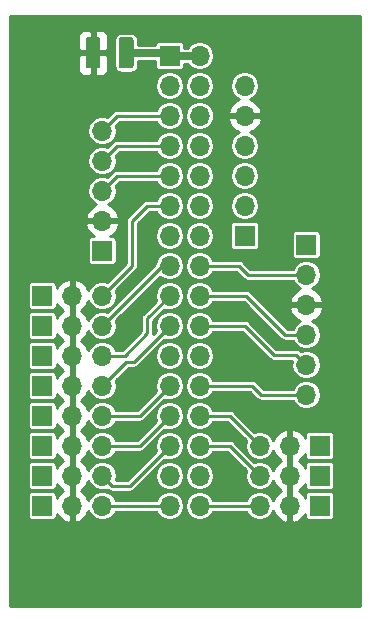
<source format=gbr>
G04 #@! TF.GenerationSoftware,KiCad,Pcbnew,(5.0.2)-1*
G04 #@! TF.CreationDate,2019-09-14T17:14:01-04:00*
G04 #@! TF.ProjectId,EPXX-GVS,45505858-2d47-4565-932e-6b696361645f,X2*
G04 #@! TF.SameCoordinates,Original*
G04 #@! TF.FileFunction,Copper,L1,Top*
G04 #@! TF.FilePolarity,Positive*
%FSLAX46Y46*%
G04 Gerber Fmt 4.6, Leading zero omitted, Abs format (unit mm)*
G04 Created by KiCad (PCBNEW (5.0.2)-1) date 9/14/2019 5:14:01 PM*
%MOMM*%
%LPD*%
G01*
G04 APERTURE LIST*
G04 #@! TA.AperFunction,ComponentPad*
%ADD10R,1.700000X1.700000*%
G04 #@! TD*
G04 #@! TA.AperFunction,ComponentPad*
%ADD11O,1.700000X1.700000*%
G04 #@! TD*
G04 #@! TA.AperFunction,Conductor*
%ADD12C,0.152400*%
G04 #@! TD*
G04 #@! TA.AperFunction,SMDPad,CuDef*
%ADD13C,1.250000*%
G04 #@! TD*
G04 #@! TA.AperFunction,Conductor*
%ADD14C,0.254000*%
G04 #@! TD*
G04 #@! TA.AperFunction,Conductor*
%ADD15C,0.635000*%
G04 #@! TD*
G04 APERTURE END LIST*
D10*
G04 #@! TO.P,I2C1,1*
G04 #@! TO.N,GND*
X8255000Y-20320000D03*
D11*
G04 #@! TO.P,I2C1,2*
G04 #@! TO.N,+3V3*
X8255000Y-17780000D03*
G04 #@! TO.P,I2C1,3*
G04 #@! TO.N,/IO34*
X8255000Y-15240000D03*
G04 #@! TO.P,I2C1,4*
G04 #@! TO.N,/IO32*
X8255000Y-12700000D03*
G04 #@! TO.P,I2C1,5*
G04 #@! TO.N,/IO30*
X8255000Y-10160000D03*
G04 #@! TD*
D10*
G04 #@! TO.P,SPI1,1*
G04 #@! TO.N,GND*
X20320000Y-19050000D03*
D11*
G04 #@! TO.P,SPI1,2*
G04 #@! TO.N,/IO38*
X20320000Y-16510000D03*
G04 #@! TO.P,SPI1,3*
G04 #@! TO.N,/IO33*
X20320000Y-13970000D03*
G04 #@! TO.P,SPI1,4*
G04 #@! TO.N,/IO31*
X20320000Y-11430000D03*
G04 #@! TO.P,SPI1,5*
G04 #@! TO.N,+3V3*
X20320000Y-8890000D03*
G04 #@! TO.P,SPI1,6*
G04 #@! TO.N,/IO28*
X20320000Y-6350000D03*
G04 #@! TD*
D10*
G04 #@! TO.P,P39,1*
G04 #@! TO.N,GND*
X3175000Y-24130000D03*
D11*
G04 #@! TO.P,P39,2*
G04 #@! TO.N,+3V3*
X5715000Y-24130000D03*
G04 #@! TO.P,P39,3*
G04 #@! TO.N,/IO39*
X8255000Y-24130000D03*
G04 #@! TD*
G04 #@! TO.P,P42,3*
G04 #@! TO.N,/IO42*
X8255000Y-26670000D03*
G04 #@! TO.P,P42,2*
G04 #@! TO.N,+3V3*
X5715000Y-26670000D03*
D10*
G04 #@! TO.P,P42,1*
G04 #@! TO.N,GND*
X3175000Y-26670000D03*
G04 #@! TD*
G04 #@! TO.P,P44,1*
G04 #@! TO.N,GND*
X3175000Y-29210000D03*
D11*
G04 #@! TO.P,P44,2*
G04 #@! TO.N,+3V3*
X5715000Y-29210000D03*
G04 #@! TO.P,P44,3*
G04 #@! TO.N,/IO44*
X8255000Y-29210000D03*
G04 #@! TD*
G04 #@! TO.P,P49,3*
G04 #@! TO.N,/IO49*
X8255000Y-31750000D03*
G04 #@! TO.P,P49,2*
G04 #@! TO.N,+3V3*
X5715000Y-31750000D03*
D10*
G04 #@! TO.P,P49,1*
G04 #@! TO.N,GND*
X3175000Y-31750000D03*
G04 #@! TD*
D11*
G04 #@! TO.P,P52,3*
G04 #@! TO.N,/IO52*
X8255000Y-34290000D03*
G04 #@! TO.P,P52,2*
G04 #@! TO.N,+3V3*
X5715000Y-34290000D03*
D10*
G04 #@! TO.P,P52,1*
G04 #@! TO.N,GND*
X3175000Y-34290000D03*
G04 #@! TD*
D11*
G04 #@! TO.P,P54,3*
G04 #@! TO.N,/IO54*
X8255000Y-36830000D03*
G04 #@! TO.P,P54,2*
G04 #@! TO.N,+3V3*
X5715000Y-36830000D03*
D10*
G04 #@! TO.P,P54,1*
G04 #@! TO.N,GND*
X3175000Y-36830000D03*
G04 #@! TD*
D11*
G04 #@! TO.P,P53,3*
G04 #@! TO.N,/IO53*
X21590000Y-36830000D03*
G04 #@! TO.P,P53,2*
G04 #@! TO.N,+3V3*
X24130000Y-36830000D03*
D10*
G04 #@! TO.P,P53,1*
G04 #@! TO.N,GND*
X26670000Y-36830000D03*
G04 #@! TD*
D11*
G04 #@! TO.P,P58,3*
G04 #@! TO.N,/IO58*
X8255000Y-39370000D03*
G04 #@! TO.P,P58,2*
G04 #@! TO.N,+3V3*
X5715000Y-39370000D03*
D10*
G04 #@! TO.P,P58,1*
G04 #@! TO.N,GND*
X3175000Y-39370000D03*
G04 #@! TD*
G04 #@! TO.P,P55,1*
G04 #@! TO.N,GND*
X26670000Y-39370000D03*
D11*
G04 #@! TO.P,P55,2*
G04 #@! TO.N,+3V3*
X24130000Y-39370000D03*
G04 #@! TO.P,P55,3*
G04 #@! TO.N,/IO55*
X21590000Y-39370000D03*
G04 #@! TD*
G04 #@! TO.P,P89,3*
G04 #@! TO.N,/IO89*
X8255000Y-41910000D03*
G04 #@! TO.P,P89,2*
G04 #@! TO.N,+3V3*
X5715000Y-41910000D03*
D10*
G04 #@! TO.P,P89,1*
G04 #@! TO.N,GND*
X3175000Y-41910000D03*
G04 #@! TD*
G04 #@! TO.P,P88,1*
G04 #@! TO.N,GND*
X26670000Y-41910000D03*
D11*
G04 #@! TO.P,P88,2*
G04 #@! TO.N,+3V3*
X24130000Y-41910000D03*
G04 #@! TO.P,P88,3*
G04 #@! TO.N,/IO88*
X21590000Y-41910000D03*
G04 #@! TD*
D10*
G04 #@! TO.P,J18,1*
G04 #@! TO.N,Net-(F1-Pad2)*
X13970000Y-3810000D03*
D11*
G04 #@! TO.P,J18,2*
X16510000Y-3810000D03*
G04 #@! TO.P,J18,3*
G04 #@! TO.N,N/C*
X13970000Y-6350000D03*
G04 #@! TO.P,J18,4*
X16510000Y-6350000D03*
G04 #@! TO.P,J18,5*
G04 #@! TO.N,/IO30*
X13970000Y-8890000D03*
G04 #@! TO.P,J18,6*
G04 #@! TO.N,/IO28*
X16510000Y-8890000D03*
G04 #@! TO.P,J18,7*
G04 #@! TO.N,/IO32*
X13970000Y-11430000D03*
G04 #@! TO.P,J18,8*
G04 #@! TO.N,/IO31*
X16510000Y-11430000D03*
G04 #@! TO.P,J18,9*
G04 #@! TO.N,/IO34*
X13970000Y-13970000D03*
G04 #@! TO.P,J18,10*
G04 #@! TO.N,/IO33*
X16510000Y-13970000D03*
G04 #@! TO.P,J18,11*
G04 #@! TO.N,/IO39*
X13970000Y-16510000D03*
G04 #@! TO.P,J18,12*
G04 #@! TO.N,/IO38*
X16510000Y-16510000D03*
G04 #@! TO.P,J18,13*
G04 #@! TO.N,GND*
X13970000Y-19050000D03*
G04 #@! TO.P,J18,14*
X16510000Y-19050000D03*
G04 #@! TO.P,J18,15*
G04 #@! TO.N,/IO42*
X13970000Y-21590000D03*
G04 #@! TO.P,J18,16*
G04 #@! TO.N,/IO43*
X16510000Y-21590000D03*
G04 #@! TO.P,J18,17*
G04 #@! TO.N,/IO44*
X13970000Y-24130000D03*
G04 #@! TO.P,J18,18*
G04 #@! TO.N,/IO46*
X16510000Y-24130000D03*
G04 #@! TO.P,J18,19*
G04 #@! TO.N,/IO49*
X13970000Y-26670000D03*
G04 #@! TO.P,J18,20*
G04 #@! TO.N,/IO50*
X16510000Y-26670000D03*
G04 #@! TO.P,J18,21*
G04 #@! TO.N,GND*
X13970000Y-29210000D03*
G04 #@! TO.P,J18,22*
X16510000Y-29210000D03*
G04 #@! TO.P,J18,23*
G04 #@! TO.N,/IO52*
X13970000Y-31750000D03*
G04 #@! TO.P,J18,24*
G04 #@! TO.N,/IO51*
X16510000Y-31750000D03*
G04 #@! TO.P,J18,25*
G04 #@! TO.N,/IO54*
X13970000Y-34290000D03*
G04 #@! TO.P,J18,26*
G04 #@! TO.N,/IO53*
X16510000Y-34290000D03*
G04 #@! TO.P,J18,27*
G04 #@! TO.N,/IO58*
X13970000Y-36830000D03*
G04 #@! TO.P,J18,28*
G04 #@! TO.N,/IO55*
X16510000Y-36830000D03*
G04 #@! TO.P,J18,29*
G04 #@! TO.N,GND*
X13970000Y-39370000D03*
G04 #@! TO.P,J18,30*
X16510000Y-39370000D03*
G04 #@! TO.P,J18,31*
G04 #@! TO.N,/IO89*
X13970000Y-41910000D03*
G04 #@! TO.P,J18,32*
G04 #@! TO.N,/IO88*
X16510000Y-41910000D03*
G04 #@! TD*
D12*
G04 #@! TO.N,+3V3*
G04 #@! TO.C,F1*
G36*
X7889504Y-2232204D02*
X7913773Y-2235804D01*
X7937571Y-2241765D01*
X7960671Y-2250030D01*
X7982849Y-2260520D01*
X8003893Y-2273133D01*
X8023598Y-2287747D01*
X8041777Y-2304223D01*
X8058253Y-2322402D01*
X8072867Y-2342107D01*
X8085480Y-2363151D01*
X8095970Y-2385329D01*
X8104235Y-2408429D01*
X8110196Y-2432227D01*
X8113796Y-2456496D01*
X8115000Y-2481000D01*
X8115000Y-4631000D01*
X8113796Y-4655504D01*
X8110196Y-4679773D01*
X8104235Y-4703571D01*
X8095970Y-4726671D01*
X8085480Y-4748849D01*
X8072867Y-4769893D01*
X8058253Y-4789598D01*
X8041777Y-4807777D01*
X8023598Y-4824253D01*
X8003893Y-4838867D01*
X7982849Y-4851480D01*
X7960671Y-4861970D01*
X7937571Y-4870235D01*
X7913773Y-4876196D01*
X7889504Y-4879796D01*
X7865000Y-4881000D01*
X7115000Y-4881000D01*
X7090496Y-4879796D01*
X7066227Y-4876196D01*
X7042429Y-4870235D01*
X7019329Y-4861970D01*
X6997151Y-4851480D01*
X6976107Y-4838867D01*
X6956402Y-4824253D01*
X6938223Y-4807777D01*
X6921747Y-4789598D01*
X6907133Y-4769893D01*
X6894520Y-4748849D01*
X6884030Y-4726671D01*
X6875765Y-4703571D01*
X6869804Y-4679773D01*
X6866204Y-4655504D01*
X6865000Y-4631000D01*
X6865000Y-2481000D01*
X6866204Y-2456496D01*
X6869804Y-2432227D01*
X6875765Y-2408429D01*
X6884030Y-2385329D01*
X6894520Y-2363151D01*
X6907133Y-2342107D01*
X6921747Y-2322402D01*
X6938223Y-2304223D01*
X6956402Y-2287747D01*
X6976107Y-2273133D01*
X6997151Y-2260520D01*
X7019329Y-2250030D01*
X7042429Y-2241765D01*
X7066227Y-2235804D01*
X7090496Y-2232204D01*
X7115000Y-2231000D01*
X7865000Y-2231000D01*
X7889504Y-2232204D01*
X7889504Y-2232204D01*
G37*
D13*
G04 #@! TD*
G04 #@! TO.P,F1,1*
G04 #@! TO.N,+3V3*
X7490000Y-3556000D03*
D12*
G04 #@! TO.N,Net-(F1-Pad2)*
G04 #@! TO.C,F1*
G36*
X10689504Y-2232204D02*
X10713773Y-2235804D01*
X10737571Y-2241765D01*
X10760671Y-2250030D01*
X10782849Y-2260520D01*
X10803893Y-2273133D01*
X10823598Y-2287747D01*
X10841777Y-2304223D01*
X10858253Y-2322402D01*
X10872867Y-2342107D01*
X10885480Y-2363151D01*
X10895970Y-2385329D01*
X10904235Y-2408429D01*
X10910196Y-2432227D01*
X10913796Y-2456496D01*
X10915000Y-2481000D01*
X10915000Y-4631000D01*
X10913796Y-4655504D01*
X10910196Y-4679773D01*
X10904235Y-4703571D01*
X10895970Y-4726671D01*
X10885480Y-4748849D01*
X10872867Y-4769893D01*
X10858253Y-4789598D01*
X10841777Y-4807777D01*
X10823598Y-4824253D01*
X10803893Y-4838867D01*
X10782849Y-4851480D01*
X10760671Y-4861970D01*
X10737571Y-4870235D01*
X10713773Y-4876196D01*
X10689504Y-4879796D01*
X10665000Y-4881000D01*
X9915000Y-4881000D01*
X9890496Y-4879796D01*
X9866227Y-4876196D01*
X9842429Y-4870235D01*
X9819329Y-4861970D01*
X9797151Y-4851480D01*
X9776107Y-4838867D01*
X9756402Y-4824253D01*
X9738223Y-4807777D01*
X9721747Y-4789598D01*
X9707133Y-4769893D01*
X9694520Y-4748849D01*
X9684030Y-4726671D01*
X9675765Y-4703571D01*
X9669804Y-4679773D01*
X9666204Y-4655504D01*
X9665000Y-4631000D01*
X9665000Y-2481000D01*
X9666204Y-2456496D01*
X9669804Y-2432227D01*
X9675765Y-2408429D01*
X9684030Y-2385329D01*
X9694520Y-2363151D01*
X9707133Y-2342107D01*
X9721747Y-2322402D01*
X9738223Y-2304223D01*
X9756402Y-2287747D01*
X9776107Y-2273133D01*
X9797151Y-2260520D01*
X9819329Y-2250030D01*
X9842429Y-2241765D01*
X9866227Y-2235804D01*
X9890496Y-2232204D01*
X9915000Y-2231000D01*
X10665000Y-2231000D01*
X10689504Y-2232204D01*
X10689504Y-2232204D01*
G37*
D13*
G04 #@! TD*
G04 #@! TO.P,F1,2*
G04 #@! TO.N,Net-(F1-Pad2)*
X10290000Y-3556000D03*
D10*
G04 #@! TO.P,FTDI,1*
G04 #@! TO.N,GND*
X25527000Y-19812000D03*
D11*
G04 #@! TO.P,FTDI,2*
G04 #@! TO.N,/IO43*
X25527000Y-22352000D03*
G04 #@! TO.P,FTDI,3*
G04 #@! TO.N,+3V3*
X25527000Y-24892000D03*
G04 #@! TO.P,FTDI,4*
G04 #@! TO.N,/IO46*
X25527000Y-27432000D03*
G04 #@! TO.P,FTDI,5*
G04 #@! TO.N,/IO50*
X25527000Y-29972000D03*
G04 #@! TO.P,FTDI,6*
G04 #@! TO.N,/IO51*
X25527000Y-32512000D03*
G04 #@! TD*
D14*
G04 #@! TO.N,/IO34*
X9525000Y-13970000D02*
X13970000Y-13970000D01*
X8255000Y-15240000D02*
X9525000Y-13970000D01*
G04 #@! TO.N,/IO32*
X9525000Y-11430000D02*
X8255000Y-12700000D01*
X13970000Y-11430000D02*
X9525000Y-11430000D01*
G04 #@! TO.N,/IO30*
X9525000Y-8890000D02*
X13970000Y-8890000D01*
X8255000Y-10160000D02*
X9525000Y-8890000D01*
G04 #@! TO.N,/IO39*
X12065000Y-16510000D02*
X13970000Y-16510000D01*
X10795000Y-17780000D02*
X12065000Y-16510000D01*
X8255000Y-24130000D02*
X10795000Y-21590000D01*
X10795000Y-21590000D02*
X10795000Y-17780000D01*
G04 #@! TO.N,/IO42*
X13335000Y-21590000D02*
X13970000Y-21590000D01*
X8255000Y-26670000D02*
X13335000Y-21590000D01*
G04 #@! TO.N,/IO43*
X19812000Y-21590000D02*
X16510000Y-21590000D01*
X20574000Y-22352000D02*
X19812000Y-21590000D01*
X25527000Y-22352000D02*
X20574000Y-22352000D01*
G04 #@! TO.N,/IO46*
X16510000Y-24130000D02*
X20447000Y-24130000D01*
X23749000Y-27432000D02*
X25527000Y-27432000D01*
X20447000Y-24130000D02*
X23749000Y-27432000D01*
G04 #@! TO.N,/IO49*
X13120001Y-27519999D02*
X13970000Y-26670000D01*
X10921990Y-29718010D02*
X13120001Y-27519999D01*
X10286990Y-29718010D02*
X10921990Y-29718010D01*
X8255000Y-31750000D02*
X10286990Y-29718010D01*
G04 #@! TO.N,/IO50*
X22772001Y-29122001D02*
X20320000Y-26670000D01*
X24677001Y-29122001D02*
X22772001Y-29122001D01*
X25527000Y-29972000D02*
X24677001Y-29122001D01*
X16510000Y-26670000D02*
X20320000Y-26670000D01*
G04 #@! TO.N,/IO52*
X8255000Y-34290000D02*
X11430000Y-34290000D01*
X11430000Y-34290000D02*
X13970000Y-31750000D01*
G04 #@! TO.N,/IO51*
X16510000Y-31750000D02*
X20955000Y-31750000D01*
X21717000Y-32512000D02*
X25527000Y-32512000D01*
X20955000Y-31750000D02*
X21717000Y-32512000D01*
G04 #@! TO.N,/IO54*
X11430000Y-36830000D02*
X13970000Y-34290000D01*
X8255000Y-36830000D02*
X11430000Y-36830000D01*
G04 #@! TO.N,/IO53*
X16510000Y-34290000D02*
X19050000Y-34290000D01*
X19050000Y-34290000D02*
X21590000Y-36830000D01*
G04 #@! TO.N,/IO58*
X10580001Y-40219999D02*
X13970000Y-36830000D01*
X8255000Y-39370000D02*
X9104999Y-40219999D01*
X9104999Y-40219999D02*
X10580001Y-40219999D01*
G04 #@! TO.N,/IO55*
X16510000Y-36830000D02*
X19050000Y-36830000D01*
X19050000Y-36830000D02*
X21590000Y-39370000D01*
G04 #@! TO.N,/IO89*
X8255000Y-41910000D02*
X13970000Y-41910000D01*
G04 #@! TO.N,/IO88*
X16510000Y-41910000D02*
X21590000Y-41910000D01*
G04 #@! TO.N,/IO44*
X12065000Y-26035000D02*
X13970000Y-24130000D01*
X12065000Y-27305000D02*
X12065000Y-26035000D01*
X10160000Y-29210000D02*
X12065000Y-27305000D01*
X8255000Y-29210000D02*
X10160000Y-29210000D01*
D15*
G04 #@! TO.N,Net-(F1-Pad2)*
X16510000Y-3810000D02*
X13970000Y-3810000D01*
X13716000Y-3556000D02*
X13970000Y-3810000D01*
X10290000Y-3556000D02*
X13716000Y-3556000D01*
G04 #@! TD*
D14*
G04 #@! TO.N,+3V3*
G36*
X30049001Y-50369000D02*
X481000Y-50369000D01*
X481000Y-23280000D01*
X1936536Y-23280000D01*
X1936536Y-24980000D01*
X1966106Y-25128659D01*
X2050314Y-25254686D01*
X2176341Y-25338894D01*
X2325000Y-25368464D01*
X4025000Y-25368464D01*
X4173659Y-25338894D01*
X4299686Y-25254686D01*
X4383894Y-25128659D01*
X4413464Y-24980000D01*
X4413464Y-24784895D01*
X4519817Y-25011358D01*
X4946271Y-25400000D01*
X4519817Y-25788642D01*
X4413464Y-26015105D01*
X4413464Y-25820000D01*
X4383894Y-25671341D01*
X4299686Y-25545314D01*
X4173659Y-25461106D01*
X4025000Y-25431536D01*
X2325000Y-25431536D01*
X2176341Y-25461106D01*
X2050314Y-25545314D01*
X1966106Y-25671341D01*
X1936536Y-25820000D01*
X1936536Y-27520000D01*
X1966106Y-27668659D01*
X2050314Y-27794686D01*
X2176341Y-27878894D01*
X2325000Y-27908464D01*
X4025000Y-27908464D01*
X4173659Y-27878894D01*
X4299686Y-27794686D01*
X4383894Y-27668659D01*
X4413464Y-27520000D01*
X4413464Y-27324895D01*
X4519817Y-27551358D01*
X4946271Y-27940000D01*
X4519817Y-28328642D01*
X4413464Y-28555105D01*
X4413464Y-28360000D01*
X4383894Y-28211341D01*
X4299686Y-28085314D01*
X4173659Y-28001106D01*
X4025000Y-27971536D01*
X2325000Y-27971536D01*
X2176341Y-28001106D01*
X2050314Y-28085314D01*
X1966106Y-28211341D01*
X1936536Y-28360000D01*
X1936536Y-30060000D01*
X1966106Y-30208659D01*
X2050314Y-30334686D01*
X2176341Y-30418894D01*
X2325000Y-30448464D01*
X4025000Y-30448464D01*
X4173659Y-30418894D01*
X4299686Y-30334686D01*
X4383894Y-30208659D01*
X4413464Y-30060000D01*
X4413464Y-29864895D01*
X4519817Y-30091358D01*
X4946271Y-30480000D01*
X4519817Y-30868642D01*
X4413464Y-31095105D01*
X4413464Y-30900000D01*
X4383894Y-30751341D01*
X4299686Y-30625314D01*
X4173659Y-30541106D01*
X4025000Y-30511536D01*
X2325000Y-30511536D01*
X2176341Y-30541106D01*
X2050314Y-30625314D01*
X1966106Y-30751341D01*
X1936536Y-30900000D01*
X1936536Y-32600000D01*
X1966106Y-32748659D01*
X2050314Y-32874686D01*
X2176341Y-32958894D01*
X2325000Y-32988464D01*
X4025000Y-32988464D01*
X4173659Y-32958894D01*
X4299686Y-32874686D01*
X4383894Y-32748659D01*
X4413464Y-32600000D01*
X4413464Y-32404895D01*
X4519817Y-32631358D01*
X4946271Y-33020000D01*
X4519817Y-33408642D01*
X4413464Y-33635105D01*
X4413464Y-33440000D01*
X4383894Y-33291341D01*
X4299686Y-33165314D01*
X4173659Y-33081106D01*
X4025000Y-33051536D01*
X2325000Y-33051536D01*
X2176341Y-33081106D01*
X2050314Y-33165314D01*
X1966106Y-33291341D01*
X1936536Y-33440000D01*
X1936536Y-35140000D01*
X1966106Y-35288659D01*
X2050314Y-35414686D01*
X2176341Y-35498894D01*
X2325000Y-35528464D01*
X4025000Y-35528464D01*
X4173659Y-35498894D01*
X4299686Y-35414686D01*
X4383894Y-35288659D01*
X4413464Y-35140000D01*
X4413464Y-34944895D01*
X4519817Y-35171358D01*
X4946271Y-35560000D01*
X4519817Y-35948642D01*
X4413464Y-36175105D01*
X4413464Y-35980000D01*
X4383894Y-35831341D01*
X4299686Y-35705314D01*
X4173659Y-35621106D01*
X4025000Y-35591536D01*
X2325000Y-35591536D01*
X2176341Y-35621106D01*
X2050314Y-35705314D01*
X1966106Y-35831341D01*
X1936536Y-35980000D01*
X1936536Y-37680000D01*
X1966106Y-37828659D01*
X2050314Y-37954686D01*
X2176341Y-38038894D01*
X2325000Y-38068464D01*
X4025000Y-38068464D01*
X4173659Y-38038894D01*
X4299686Y-37954686D01*
X4383894Y-37828659D01*
X4413464Y-37680000D01*
X4413464Y-37484895D01*
X4519817Y-37711358D01*
X4946271Y-38100000D01*
X4519817Y-38488642D01*
X4413464Y-38715105D01*
X4413464Y-38520000D01*
X4383894Y-38371341D01*
X4299686Y-38245314D01*
X4173659Y-38161106D01*
X4025000Y-38131536D01*
X2325000Y-38131536D01*
X2176341Y-38161106D01*
X2050314Y-38245314D01*
X1966106Y-38371341D01*
X1936536Y-38520000D01*
X1936536Y-40220000D01*
X1966106Y-40368659D01*
X2050314Y-40494686D01*
X2176341Y-40578894D01*
X2325000Y-40608464D01*
X4025000Y-40608464D01*
X4173659Y-40578894D01*
X4299686Y-40494686D01*
X4383894Y-40368659D01*
X4413464Y-40220000D01*
X4413464Y-40024895D01*
X4519817Y-40251358D01*
X4946271Y-40640000D01*
X4519817Y-41028642D01*
X4413464Y-41255105D01*
X4413464Y-41060000D01*
X4383894Y-40911341D01*
X4299686Y-40785314D01*
X4173659Y-40701106D01*
X4025000Y-40671536D01*
X2325000Y-40671536D01*
X2176341Y-40701106D01*
X2050314Y-40785314D01*
X1966106Y-40911341D01*
X1936536Y-41060000D01*
X1936536Y-42760000D01*
X1966106Y-42908659D01*
X2050314Y-43034686D01*
X2176341Y-43118894D01*
X2325000Y-43148464D01*
X4025000Y-43148464D01*
X4173659Y-43118894D01*
X4299686Y-43034686D01*
X4383894Y-42908659D01*
X4413464Y-42760000D01*
X4413464Y-42564895D01*
X4519817Y-42791358D01*
X4948076Y-43181645D01*
X5358110Y-43351476D01*
X5588000Y-43230155D01*
X5588000Y-42037000D01*
X5568000Y-42037000D01*
X5568000Y-41783000D01*
X5588000Y-41783000D01*
X5588000Y-39497000D01*
X5568000Y-39497000D01*
X5568000Y-39243000D01*
X5588000Y-39243000D01*
X5588000Y-36957000D01*
X5568000Y-36957000D01*
X5568000Y-36703000D01*
X5588000Y-36703000D01*
X5588000Y-34417000D01*
X5568000Y-34417000D01*
X5568000Y-34163000D01*
X5588000Y-34163000D01*
X5588000Y-31877000D01*
X5568000Y-31877000D01*
X5568000Y-31623000D01*
X5588000Y-31623000D01*
X5588000Y-29337000D01*
X5568000Y-29337000D01*
X5568000Y-29083000D01*
X5588000Y-29083000D01*
X5588000Y-26797000D01*
X5568000Y-26797000D01*
X5568000Y-26543000D01*
X5588000Y-26543000D01*
X5588000Y-24257000D01*
X5568000Y-24257000D01*
X5568000Y-24003000D01*
X5588000Y-24003000D01*
X5588000Y-22809845D01*
X5842000Y-22809845D01*
X5842000Y-24003000D01*
X5862000Y-24003000D01*
X5862000Y-24257000D01*
X5842000Y-24257000D01*
X5842000Y-26543000D01*
X5862000Y-26543000D01*
X5862000Y-26797000D01*
X5842000Y-26797000D01*
X5842000Y-29083000D01*
X5862000Y-29083000D01*
X5862000Y-29337000D01*
X5842000Y-29337000D01*
X5842000Y-31623000D01*
X5862000Y-31623000D01*
X5862000Y-31877000D01*
X5842000Y-31877000D01*
X5842000Y-34163000D01*
X5862000Y-34163000D01*
X5862000Y-34417000D01*
X5842000Y-34417000D01*
X5842000Y-36703000D01*
X5862000Y-36703000D01*
X5862000Y-36957000D01*
X5842000Y-36957000D01*
X5842000Y-39243000D01*
X5862000Y-39243000D01*
X5862000Y-39497000D01*
X5842000Y-39497000D01*
X5842000Y-41783000D01*
X5862000Y-41783000D01*
X5862000Y-42037000D01*
X5842000Y-42037000D01*
X5842000Y-43230155D01*
X6071890Y-43351476D01*
X6481924Y-43181645D01*
X6910183Y-42791358D01*
X7097245Y-42393037D01*
X7367499Y-42797501D01*
X7774688Y-43069576D01*
X8133761Y-43141000D01*
X8376239Y-43141000D01*
X8735312Y-43069576D01*
X9142501Y-42797501D01*
X9396075Y-42418000D01*
X12828925Y-42418000D01*
X13082499Y-42797501D01*
X13489688Y-43069576D01*
X13848761Y-43141000D01*
X14091239Y-43141000D01*
X14450312Y-43069576D01*
X14857501Y-42797501D01*
X15129576Y-42390312D01*
X15225116Y-41910000D01*
X15129576Y-41429688D01*
X14857501Y-41022499D01*
X14450312Y-40750424D01*
X14091239Y-40679000D01*
X13848761Y-40679000D01*
X13489688Y-40750424D01*
X13082499Y-41022499D01*
X12828925Y-41402000D01*
X9396075Y-41402000D01*
X9142501Y-41022499D01*
X8735312Y-40750424D01*
X8376239Y-40679000D01*
X8133761Y-40679000D01*
X7774688Y-40750424D01*
X7367499Y-41022499D01*
X7097245Y-41426963D01*
X6910183Y-41028642D01*
X6483729Y-40640000D01*
X6910183Y-40251358D01*
X7097245Y-39853037D01*
X7367499Y-40257501D01*
X7774688Y-40529576D01*
X8133761Y-40601000D01*
X8376239Y-40601000D01*
X8702652Y-40536073D01*
X8710413Y-40543834D01*
X8738752Y-40586246D01*
X8781164Y-40614585D01*
X8781166Y-40614587D01*
X8877567Y-40679000D01*
X8906787Y-40698524D01*
X9054967Y-40727999D01*
X9054970Y-40727999D01*
X9104998Y-40737950D01*
X9155026Y-40727999D01*
X10529973Y-40727999D01*
X10580001Y-40737950D01*
X10630029Y-40727999D01*
X10630033Y-40727999D01*
X10778213Y-40698524D01*
X10946248Y-40586246D01*
X10974589Y-40543831D01*
X12148420Y-39370000D01*
X12714884Y-39370000D01*
X12810424Y-39850312D01*
X13082499Y-40257501D01*
X13489688Y-40529576D01*
X13848761Y-40601000D01*
X14091239Y-40601000D01*
X14450312Y-40529576D01*
X14857501Y-40257501D01*
X15129576Y-39850312D01*
X15225116Y-39370000D01*
X15254884Y-39370000D01*
X15350424Y-39850312D01*
X15622499Y-40257501D01*
X16029688Y-40529576D01*
X16388761Y-40601000D01*
X16631239Y-40601000D01*
X16990312Y-40529576D01*
X17397501Y-40257501D01*
X17669576Y-39850312D01*
X17765116Y-39370000D01*
X17669576Y-38889688D01*
X17397501Y-38482499D01*
X16990312Y-38210424D01*
X16631239Y-38139000D01*
X16388761Y-38139000D01*
X16029688Y-38210424D01*
X15622499Y-38482499D01*
X15350424Y-38889688D01*
X15254884Y-39370000D01*
X15225116Y-39370000D01*
X15129576Y-38889688D01*
X14857501Y-38482499D01*
X14450312Y-38210424D01*
X14091239Y-38139000D01*
X13848761Y-38139000D01*
X13489688Y-38210424D01*
X13082499Y-38482499D01*
X12810424Y-38889688D01*
X12714884Y-39370000D01*
X12148420Y-39370000D01*
X13522348Y-37996072D01*
X13848761Y-38061000D01*
X14091239Y-38061000D01*
X14450312Y-37989576D01*
X14857501Y-37717501D01*
X15129576Y-37310312D01*
X15225116Y-36830000D01*
X15129576Y-36349688D01*
X14857501Y-35942499D01*
X14450312Y-35670424D01*
X14091239Y-35599000D01*
X13848761Y-35599000D01*
X13489688Y-35670424D01*
X13082499Y-35942499D01*
X12810424Y-36349688D01*
X12714884Y-36830000D01*
X12803928Y-37277652D01*
X10369581Y-39711999D01*
X9442088Y-39711999D01*
X9510116Y-39370000D01*
X9414576Y-38889688D01*
X9142501Y-38482499D01*
X8735312Y-38210424D01*
X8376239Y-38139000D01*
X8133761Y-38139000D01*
X7774688Y-38210424D01*
X7367499Y-38482499D01*
X7097245Y-38886963D01*
X6910183Y-38488642D01*
X6483729Y-38100000D01*
X6910183Y-37711358D01*
X7097245Y-37313037D01*
X7367499Y-37717501D01*
X7774688Y-37989576D01*
X8133761Y-38061000D01*
X8376239Y-38061000D01*
X8735312Y-37989576D01*
X9142501Y-37717501D01*
X9396075Y-37338000D01*
X11379972Y-37338000D01*
X11430000Y-37347951D01*
X11480028Y-37338000D01*
X11480032Y-37338000D01*
X11628212Y-37308525D01*
X11796247Y-37196247D01*
X11824588Y-37153832D01*
X13522348Y-35456072D01*
X13848761Y-35521000D01*
X14091239Y-35521000D01*
X14450312Y-35449576D01*
X14857501Y-35177501D01*
X15129576Y-34770312D01*
X15225116Y-34290000D01*
X15254884Y-34290000D01*
X15350424Y-34770312D01*
X15622499Y-35177501D01*
X16029688Y-35449576D01*
X16388761Y-35521000D01*
X16631239Y-35521000D01*
X16990312Y-35449576D01*
X17397501Y-35177501D01*
X17651075Y-34798000D01*
X18839580Y-34798000D01*
X20423928Y-36382348D01*
X20334884Y-36830000D01*
X20430424Y-37310312D01*
X20702499Y-37717501D01*
X21109688Y-37989576D01*
X21468761Y-38061000D01*
X21711239Y-38061000D01*
X22070312Y-37989576D01*
X22477501Y-37717501D01*
X22747755Y-37313037D01*
X22934817Y-37711358D01*
X23361271Y-38100000D01*
X22934817Y-38488642D01*
X22747755Y-38886963D01*
X22477501Y-38482499D01*
X22070312Y-38210424D01*
X21711239Y-38139000D01*
X21468761Y-38139000D01*
X21142348Y-38203928D01*
X19444587Y-36506167D01*
X19416247Y-36463753D01*
X19248212Y-36351475D01*
X19100032Y-36322000D01*
X19100028Y-36322000D01*
X19050000Y-36312049D01*
X18999972Y-36322000D01*
X17651075Y-36322000D01*
X17397501Y-35942499D01*
X16990312Y-35670424D01*
X16631239Y-35599000D01*
X16388761Y-35599000D01*
X16029688Y-35670424D01*
X15622499Y-35942499D01*
X15350424Y-36349688D01*
X15254884Y-36830000D01*
X15350424Y-37310312D01*
X15622499Y-37717501D01*
X16029688Y-37989576D01*
X16388761Y-38061000D01*
X16631239Y-38061000D01*
X16990312Y-37989576D01*
X17397501Y-37717501D01*
X17651075Y-37338000D01*
X18839580Y-37338000D01*
X20423928Y-38922348D01*
X20334884Y-39370000D01*
X20430424Y-39850312D01*
X20702499Y-40257501D01*
X21109688Y-40529576D01*
X21468761Y-40601000D01*
X21711239Y-40601000D01*
X22070312Y-40529576D01*
X22477501Y-40257501D01*
X22747755Y-39853037D01*
X22934817Y-40251358D01*
X23361271Y-40640000D01*
X22934817Y-41028642D01*
X22747755Y-41426963D01*
X22477501Y-41022499D01*
X22070312Y-40750424D01*
X21711239Y-40679000D01*
X21468761Y-40679000D01*
X21109688Y-40750424D01*
X20702499Y-41022499D01*
X20448925Y-41402000D01*
X17651075Y-41402000D01*
X17397501Y-41022499D01*
X16990312Y-40750424D01*
X16631239Y-40679000D01*
X16388761Y-40679000D01*
X16029688Y-40750424D01*
X15622499Y-41022499D01*
X15350424Y-41429688D01*
X15254884Y-41910000D01*
X15350424Y-42390312D01*
X15622499Y-42797501D01*
X16029688Y-43069576D01*
X16388761Y-43141000D01*
X16631239Y-43141000D01*
X16990312Y-43069576D01*
X17397501Y-42797501D01*
X17651075Y-42418000D01*
X20448925Y-42418000D01*
X20702499Y-42797501D01*
X21109688Y-43069576D01*
X21468761Y-43141000D01*
X21711239Y-43141000D01*
X22070312Y-43069576D01*
X22477501Y-42797501D01*
X22747755Y-42393037D01*
X22934817Y-42791358D01*
X23363076Y-43181645D01*
X23773110Y-43351476D01*
X24003000Y-43230155D01*
X24003000Y-42037000D01*
X23983000Y-42037000D01*
X23983000Y-41783000D01*
X24003000Y-41783000D01*
X24003000Y-39497000D01*
X23983000Y-39497000D01*
X23983000Y-39243000D01*
X24003000Y-39243000D01*
X24003000Y-36957000D01*
X23983000Y-36957000D01*
X23983000Y-36703000D01*
X24003000Y-36703000D01*
X24003000Y-35509845D01*
X24257000Y-35509845D01*
X24257000Y-36703000D01*
X24277000Y-36703000D01*
X24277000Y-36957000D01*
X24257000Y-36957000D01*
X24257000Y-39243000D01*
X24277000Y-39243000D01*
X24277000Y-39497000D01*
X24257000Y-39497000D01*
X24257000Y-41783000D01*
X24277000Y-41783000D01*
X24277000Y-42037000D01*
X24257000Y-42037000D01*
X24257000Y-43230155D01*
X24486890Y-43351476D01*
X24896924Y-43181645D01*
X25325183Y-42791358D01*
X25431536Y-42564895D01*
X25431536Y-42760000D01*
X25461106Y-42908659D01*
X25545314Y-43034686D01*
X25671341Y-43118894D01*
X25820000Y-43148464D01*
X27520000Y-43148464D01*
X27668659Y-43118894D01*
X27794686Y-43034686D01*
X27878894Y-42908659D01*
X27908464Y-42760000D01*
X27908464Y-41060000D01*
X27878894Y-40911341D01*
X27794686Y-40785314D01*
X27668659Y-40701106D01*
X27520000Y-40671536D01*
X25820000Y-40671536D01*
X25671341Y-40701106D01*
X25545314Y-40785314D01*
X25461106Y-40911341D01*
X25431536Y-41060000D01*
X25431536Y-41255105D01*
X25325183Y-41028642D01*
X24898729Y-40640000D01*
X25325183Y-40251358D01*
X25431536Y-40024895D01*
X25431536Y-40220000D01*
X25461106Y-40368659D01*
X25545314Y-40494686D01*
X25671341Y-40578894D01*
X25820000Y-40608464D01*
X27520000Y-40608464D01*
X27668659Y-40578894D01*
X27794686Y-40494686D01*
X27878894Y-40368659D01*
X27908464Y-40220000D01*
X27908464Y-38520000D01*
X27878894Y-38371341D01*
X27794686Y-38245314D01*
X27668659Y-38161106D01*
X27520000Y-38131536D01*
X25820000Y-38131536D01*
X25671341Y-38161106D01*
X25545314Y-38245314D01*
X25461106Y-38371341D01*
X25431536Y-38520000D01*
X25431536Y-38715105D01*
X25325183Y-38488642D01*
X24898729Y-38100000D01*
X25325183Y-37711358D01*
X25431536Y-37484895D01*
X25431536Y-37680000D01*
X25461106Y-37828659D01*
X25545314Y-37954686D01*
X25671341Y-38038894D01*
X25820000Y-38068464D01*
X27520000Y-38068464D01*
X27668659Y-38038894D01*
X27794686Y-37954686D01*
X27878894Y-37828659D01*
X27908464Y-37680000D01*
X27908464Y-35980000D01*
X27878894Y-35831341D01*
X27794686Y-35705314D01*
X27668659Y-35621106D01*
X27520000Y-35591536D01*
X25820000Y-35591536D01*
X25671341Y-35621106D01*
X25545314Y-35705314D01*
X25461106Y-35831341D01*
X25431536Y-35980000D01*
X25431536Y-36175105D01*
X25325183Y-35948642D01*
X24896924Y-35558355D01*
X24486890Y-35388524D01*
X24257000Y-35509845D01*
X24003000Y-35509845D01*
X23773110Y-35388524D01*
X23363076Y-35558355D01*
X22934817Y-35948642D01*
X22747755Y-36346963D01*
X22477501Y-35942499D01*
X22070312Y-35670424D01*
X21711239Y-35599000D01*
X21468761Y-35599000D01*
X21142348Y-35663928D01*
X19444588Y-33966168D01*
X19416247Y-33923753D01*
X19248212Y-33811475D01*
X19100032Y-33782000D01*
X19100028Y-33782000D01*
X19050000Y-33772049D01*
X18999972Y-33782000D01*
X17651075Y-33782000D01*
X17397501Y-33402499D01*
X16990312Y-33130424D01*
X16631239Y-33059000D01*
X16388761Y-33059000D01*
X16029688Y-33130424D01*
X15622499Y-33402499D01*
X15350424Y-33809688D01*
X15254884Y-34290000D01*
X15225116Y-34290000D01*
X15129576Y-33809688D01*
X14857501Y-33402499D01*
X14450312Y-33130424D01*
X14091239Y-33059000D01*
X13848761Y-33059000D01*
X13489688Y-33130424D01*
X13082499Y-33402499D01*
X12810424Y-33809688D01*
X12714884Y-34290000D01*
X12803928Y-34737652D01*
X11219580Y-36322000D01*
X9396075Y-36322000D01*
X9142501Y-35942499D01*
X8735312Y-35670424D01*
X8376239Y-35599000D01*
X8133761Y-35599000D01*
X7774688Y-35670424D01*
X7367499Y-35942499D01*
X7097245Y-36346963D01*
X6910183Y-35948642D01*
X6483729Y-35560000D01*
X6910183Y-35171358D01*
X7097245Y-34773037D01*
X7367499Y-35177501D01*
X7774688Y-35449576D01*
X8133761Y-35521000D01*
X8376239Y-35521000D01*
X8735312Y-35449576D01*
X9142501Y-35177501D01*
X9396075Y-34798000D01*
X11379972Y-34798000D01*
X11430000Y-34807951D01*
X11480028Y-34798000D01*
X11480032Y-34798000D01*
X11628212Y-34768525D01*
X11796247Y-34656247D01*
X11824588Y-34613832D01*
X13522348Y-32916072D01*
X13848761Y-32981000D01*
X14091239Y-32981000D01*
X14450312Y-32909576D01*
X14857501Y-32637501D01*
X15129576Y-32230312D01*
X15225116Y-31750000D01*
X15254884Y-31750000D01*
X15350424Y-32230312D01*
X15622499Y-32637501D01*
X16029688Y-32909576D01*
X16388761Y-32981000D01*
X16631239Y-32981000D01*
X16990312Y-32909576D01*
X17397501Y-32637501D01*
X17651075Y-32258000D01*
X20744580Y-32258000D01*
X21322414Y-32835835D01*
X21350753Y-32878247D01*
X21393165Y-32906586D01*
X21393167Y-32906588D01*
X21518788Y-32990525D01*
X21666968Y-33020000D01*
X21666972Y-33020000D01*
X21717000Y-33029951D01*
X21767028Y-33020000D01*
X24385925Y-33020000D01*
X24639499Y-33399501D01*
X25046688Y-33671576D01*
X25405761Y-33743000D01*
X25648239Y-33743000D01*
X26007312Y-33671576D01*
X26414501Y-33399501D01*
X26686576Y-32992312D01*
X26782116Y-32512000D01*
X26686576Y-32031688D01*
X26414501Y-31624499D01*
X26007312Y-31352424D01*
X25648239Y-31281000D01*
X25405761Y-31281000D01*
X25046688Y-31352424D01*
X24639499Y-31624499D01*
X24385925Y-32004000D01*
X21927421Y-32004000D01*
X21349588Y-31426168D01*
X21321247Y-31383753D01*
X21153212Y-31271475D01*
X21005032Y-31242000D01*
X21005028Y-31242000D01*
X20955000Y-31232049D01*
X20904972Y-31242000D01*
X17651075Y-31242000D01*
X17397501Y-30862499D01*
X16990312Y-30590424D01*
X16631239Y-30519000D01*
X16388761Y-30519000D01*
X16029688Y-30590424D01*
X15622499Y-30862499D01*
X15350424Y-31269688D01*
X15254884Y-31750000D01*
X15225116Y-31750000D01*
X15129576Y-31269688D01*
X14857501Y-30862499D01*
X14450312Y-30590424D01*
X14091239Y-30519000D01*
X13848761Y-30519000D01*
X13489688Y-30590424D01*
X13082499Y-30862499D01*
X12810424Y-31269688D01*
X12714884Y-31750000D01*
X12803928Y-32197652D01*
X11219580Y-33782000D01*
X9396075Y-33782000D01*
X9142501Y-33402499D01*
X8735312Y-33130424D01*
X8376239Y-33059000D01*
X8133761Y-33059000D01*
X7774688Y-33130424D01*
X7367499Y-33402499D01*
X7097245Y-33806963D01*
X6910183Y-33408642D01*
X6483729Y-33020000D01*
X6910183Y-32631358D01*
X7097245Y-32233037D01*
X7367499Y-32637501D01*
X7774688Y-32909576D01*
X8133761Y-32981000D01*
X8376239Y-32981000D01*
X8735312Y-32909576D01*
X9142501Y-32637501D01*
X9414576Y-32230312D01*
X9510116Y-31750000D01*
X9421072Y-31302348D01*
X10497411Y-30226010D01*
X10871962Y-30226010D01*
X10921990Y-30235961D01*
X10972018Y-30226010D01*
X10972022Y-30226010D01*
X11120202Y-30196535D01*
X11288237Y-30084257D01*
X11316578Y-30041842D01*
X12148420Y-29210000D01*
X12714884Y-29210000D01*
X12810424Y-29690312D01*
X13082499Y-30097501D01*
X13489688Y-30369576D01*
X13848761Y-30441000D01*
X14091239Y-30441000D01*
X14450312Y-30369576D01*
X14857501Y-30097501D01*
X15129576Y-29690312D01*
X15225116Y-29210000D01*
X15254884Y-29210000D01*
X15350424Y-29690312D01*
X15622499Y-30097501D01*
X16029688Y-30369576D01*
X16388761Y-30441000D01*
X16631239Y-30441000D01*
X16990312Y-30369576D01*
X17397501Y-30097501D01*
X17669576Y-29690312D01*
X17765116Y-29210000D01*
X17669576Y-28729688D01*
X17397501Y-28322499D01*
X16990312Y-28050424D01*
X16631239Y-27979000D01*
X16388761Y-27979000D01*
X16029688Y-28050424D01*
X15622499Y-28322499D01*
X15350424Y-28729688D01*
X15254884Y-29210000D01*
X15225116Y-29210000D01*
X15129576Y-28729688D01*
X14857501Y-28322499D01*
X14450312Y-28050424D01*
X14091239Y-27979000D01*
X13848761Y-27979000D01*
X13489688Y-28050424D01*
X13082499Y-28322499D01*
X12810424Y-28729688D01*
X12714884Y-29210000D01*
X12148420Y-29210000D01*
X13514589Y-27843832D01*
X13514591Y-27843829D01*
X13522348Y-27836072D01*
X13848761Y-27901000D01*
X14091239Y-27901000D01*
X14450312Y-27829576D01*
X14857501Y-27557501D01*
X15129576Y-27150312D01*
X15225116Y-26670000D01*
X15254884Y-26670000D01*
X15350424Y-27150312D01*
X15622499Y-27557501D01*
X16029688Y-27829576D01*
X16388761Y-27901000D01*
X16631239Y-27901000D01*
X16990312Y-27829576D01*
X17397501Y-27557501D01*
X17651075Y-27178000D01*
X20109580Y-27178000D01*
X22377415Y-29445836D01*
X22405754Y-29488248D01*
X22448166Y-29516587D01*
X22448168Y-29516589D01*
X22523452Y-29566892D01*
X22573789Y-29600526D01*
X22721969Y-29630001D01*
X22721972Y-29630001D01*
X22772000Y-29639952D01*
X22822028Y-29630001D01*
X24339912Y-29630001D01*
X24271884Y-29972000D01*
X24367424Y-30452312D01*
X24639499Y-30859501D01*
X25046688Y-31131576D01*
X25405761Y-31203000D01*
X25648239Y-31203000D01*
X26007312Y-31131576D01*
X26414501Y-30859501D01*
X26686576Y-30452312D01*
X26782116Y-29972000D01*
X26686576Y-29491688D01*
X26414501Y-29084499D01*
X26007312Y-28812424D01*
X25648239Y-28741000D01*
X25405761Y-28741000D01*
X25079348Y-28805928D01*
X25071588Y-28798168D01*
X25043248Y-28755754D01*
X24875213Y-28643476D01*
X24727033Y-28614001D01*
X24727029Y-28614001D01*
X24677001Y-28604050D01*
X24626973Y-28614001D01*
X22982422Y-28614001D01*
X20714588Y-26346168D01*
X20686247Y-26303753D01*
X20518212Y-26191475D01*
X20370032Y-26162000D01*
X20370028Y-26162000D01*
X20320000Y-26152049D01*
X20269972Y-26162000D01*
X17651075Y-26162000D01*
X17397501Y-25782499D01*
X16990312Y-25510424D01*
X16631239Y-25439000D01*
X16388761Y-25439000D01*
X16029688Y-25510424D01*
X15622499Y-25782499D01*
X15350424Y-26189688D01*
X15254884Y-26670000D01*
X15225116Y-26670000D01*
X15129576Y-26189688D01*
X14857501Y-25782499D01*
X14450312Y-25510424D01*
X14091239Y-25439000D01*
X13848761Y-25439000D01*
X13489688Y-25510424D01*
X13082499Y-25782499D01*
X12810424Y-26189688D01*
X12714884Y-26670000D01*
X12803928Y-27117652D01*
X12796171Y-27125409D01*
X12796168Y-27125411D01*
X12574601Y-27346978D01*
X12582951Y-27305000D01*
X12573000Y-27254972D01*
X12573000Y-26245420D01*
X13522348Y-25296072D01*
X13848761Y-25361000D01*
X14091239Y-25361000D01*
X14450312Y-25289576D01*
X14857501Y-25017501D01*
X15129576Y-24610312D01*
X15225116Y-24130000D01*
X15254884Y-24130000D01*
X15350424Y-24610312D01*
X15622499Y-25017501D01*
X16029688Y-25289576D01*
X16388761Y-25361000D01*
X16631239Y-25361000D01*
X16990312Y-25289576D01*
X17397501Y-25017501D01*
X17651075Y-24638000D01*
X20236580Y-24638000D01*
X23354414Y-27755835D01*
X23382753Y-27798247D01*
X23425165Y-27826586D01*
X23425167Y-27826588D01*
X23550788Y-27910525D01*
X23698968Y-27940000D01*
X23698971Y-27940000D01*
X23748999Y-27949951D01*
X23799027Y-27940000D01*
X24385925Y-27940000D01*
X24639499Y-28319501D01*
X25046688Y-28591576D01*
X25405761Y-28663000D01*
X25648239Y-28663000D01*
X26007312Y-28591576D01*
X26414501Y-28319501D01*
X26686576Y-27912312D01*
X26782116Y-27432000D01*
X26686576Y-26951688D01*
X26414501Y-26544499D01*
X26010037Y-26274245D01*
X26408358Y-26087183D01*
X26798645Y-25658924D01*
X26968476Y-25248890D01*
X26847155Y-25019000D01*
X25654000Y-25019000D01*
X25654000Y-25039000D01*
X25400000Y-25039000D01*
X25400000Y-25019000D01*
X24206845Y-25019000D01*
X24085524Y-25248890D01*
X24255355Y-25658924D01*
X24645642Y-26087183D01*
X25043963Y-26274245D01*
X24639499Y-26544499D01*
X24385925Y-26924000D01*
X23959421Y-26924000D01*
X20841588Y-23806168D01*
X20813247Y-23763753D01*
X20645212Y-23651475D01*
X20497032Y-23622000D01*
X20497028Y-23622000D01*
X20447000Y-23612049D01*
X20396972Y-23622000D01*
X17651075Y-23622000D01*
X17397501Y-23242499D01*
X16990312Y-22970424D01*
X16631239Y-22899000D01*
X16388761Y-22899000D01*
X16029688Y-22970424D01*
X15622499Y-23242499D01*
X15350424Y-23649688D01*
X15254884Y-24130000D01*
X15225116Y-24130000D01*
X15129576Y-23649688D01*
X14857501Y-23242499D01*
X14450312Y-22970424D01*
X14091239Y-22899000D01*
X13848761Y-22899000D01*
X13489688Y-22970424D01*
X13082499Y-23242499D01*
X12810424Y-23649688D01*
X12714884Y-24130000D01*
X12803928Y-24577652D01*
X11741166Y-25640414D01*
X11698754Y-25668753D01*
X11670415Y-25711165D01*
X11670412Y-25711168D01*
X11586475Y-25836789D01*
X11547049Y-26035000D01*
X11557001Y-26085033D01*
X11557000Y-27094579D01*
X9949580Y-28702000D01*
X9396075Y-28702000D01*
X9142501Y-28322499D01*
X8735312Y-28050424D01*
X8376239Y-27979000D01*
X8133761Y-27979000D01*
X7774688Y-28050424D01*
X7367499Y-28322499D01*
X7097245Y-28726963D01*
X6910183Y-28328642D01*
X6483729Y-27940000D01*
X6910183Y-27551358D01*
X7097245Y-27153037D01*
X7367499Y-27557501D01*
X7774688Y-27829576D01*
X8133761Y-27901000D01*
X8376239Y-27901000D01*
X8735312Y-27829576D01*
X9142501Y-27557501D01*
X9414576Y-27150312D01*
X9510116Y-26670000D01*
X9421072Y-26222348D01*
X13132506Y-22510915D01*
X13489688Y-22749576D01*
X13848761Y-22821000D01*
X14091239Y-22821000D01*
X14450312Y-22749576D01*
X14857501Y-22477501D01*
X15129576Y-22070312D01*
X15225116Y-21590000D01*
X15254884Y-21590000D01*
X15350424Y-22070312D01*
X15622499Y-22477501D01*
X16029688Y-22749576D01*
X16388761Y-22821000D01*
X16631239Y-22821000D01*
X16990312Y-22749576D01*
X17397501Y-22477501D01*
X17651075Y-22098000D01*
X19601580Y-22098000D01*
X20179414Y-22675835D01*
X20207753Y-22718247D01*
X20250165Y-22746586D01*
X20250167Y-22746588D01*
X20344838Y-22809845D01*
X20375788Y-22830525D01*
X20523968Y-22860000D01*
X20523972Y-22860000D01*
X20574000Y-22869951D01*
X20624028Y-22860000D01*
X24385925Y-22860000D01*
X24639499Y-23239501D01*
X25043963Y-23509755D01*
X24645642Y-23696817D01*
X24255355Y-24125076D01*
X24085524Y-24535110D01*
X24206845Y-24765000D01*
X25400000Y-24765000D01*
X25400000Y-24745000D01*
X25654000Y-24745000D01*
X25654000Y-24765000D01*
X26847155Y-24765000D01*
X26968476Y-24535110D01*
X26798645Y-24125076D01*
X26408358Y-23696817D01*
X26010037Y-23509755D01*
X26414501Y-23239501D01*
X26686576Y-22832312D01*
X26782116Y-22352000D01*
X26686576Y-21871688D01*
X26414501Y-21464499D01*
X26007312Y-21192424D01*
X25648239Y-21121000D01*
X25405761Y-21121000D01*
X25046688Y-21192424D01*
X24639499Y-21464499D01*
X24385925Y-21844000D01*
X20784421Y-21844000D01*
X20206588Y-21266168D01*
X20178247Y-21223753D01*
X20010212Y-21111475D01*
X19862032Y-21082000D01*
X19862028Y-21082000D01*
X19812000Y-21072049D01*
X19761972Y-21082000D01*
X17651075Y-21082000D01*
X17397501Y-20702499D01*
X16990312Y-20430424D01*
X16631239Y-20359000D01*
X16388761Y-20359000D01*
X16029688Y-20430424D01*
X15622499Y-20702499D01*
X15350424Y-21109688D01*
X15254884Y-21590000D01*
X15225116Y-21590000D01*
X15129576Y-21109688D01*
X14857501Y-20702499D01*
X14450312Y-20430424D01*
X14091239Y-20359000D01*
X13848761Y-20359000D01*
X13489688Y-20430424D01*
X13082499Y-20702499D01*
X12810424Y-21109688D01*
X12739293Y-21467286D01*
X8702652Y-25503928D01*
X8376239Y-25439000D01*
X8133761Y-25439000D01*
X7774688Y-25510424D01*
X7367499Y-25782499D01*
X7097245Y-26186963D01*
X6910183Y-25788642D01*
X6483729Y-25400000D01*
X6910183Y-25011358D01*
X7097245Y-24613037D01*
X7367499Y-25017501D01*
X7774688Y-25289576D01*
X8133761Y-25361000D01*
X8376239Y-25361000D01*
X8735312Y-25289576D01*
X9142501Y-25017501D01*
X9414576Y-24610312D01*
X9510116Y-24130000D01*
X9421072Y-23682348D01*
X11118833Y-21984587D01*
X11161247Y-21956247D01*
X11273525Y-21788212D01*
X11303000Y-21640032D01*
X11303000Y-21640029D01*
X11312951Y-21590001D01*
X11303000Y-21539973D01*
X11303000Y-19050000D01*
X12714884Y-19050000D01*
X12810424Y-19530312D01*
X13082499Y-19937501D01*
X13489688Y-20209576D01*
X13848761Y-20281000D01*
X14091239Y-20281000D01*
X14450312Y-20209576D01*
X14857501Y-19937501D01*
X15129576Y-19530312D01*
X15225116Y-19050000D01*
X15254884Y-19050000D01*
X15350424Y-19530312D01*
X15622499Y-19937501D01*
X16029688Y-20209576D01*
X16388761Y-20281000D01*
X16631239Y-20281000D01*
X16990312Y-20209576D01*
X17397501Y-19937501D01*
X17669576Y-19530312D01*
X17765116Y-19050000D01*
X17669576Y-18569688D01*
X17422559Y-18200000D01*
X19081536Y-18200000D01*
X19081536Y-19900000D01*
X19111106Y-20048659D01*
X19195314Y-20174686D01*
X19321341Y-20258894D01*
X19470000Y-20288464D01*
X21170000Y-20288464D01*
X21318659Y-20258894D01*
X21444686Y-20174686D01*
X21528894Y-20048659D01*
X21558464Y-19900000D01*
X21558464Y-18962000D01*
X24288536Y-18962000D01*
X24288536Y-20662000D01*
X24318106Y-20810659D01*
X24402314Y-20936686D01*
X24528341Y-21020894D01*
X24677000Y-21050464D01*
X26377000Y-21050464D01*
X26525659Y-21020894D01*
X26651686Y-20936686D01*
X26735894Y-20810659D01*
X26765464Y-20662000D01*
X26765464Y-18962000D01*
X26735894Y-18813341D01*
X26651686Y-18687314D01*
X26525659Y-18603106D01*
X26377000Y-18573536D01*
X24677000Y-18573536D01*
X24528341Y-18603106D01*
X24402314Y-18687314D01*
X24318106Y-18813341D01*
X24288536Y-18962000D01*
X21558464Y-18962000D01*
X21558464Y-18200000D01*
X21528894Y-18051341D01*
X21444686Y-17925314D01*
X21318659Y-17841106D01*
X21170000Y-17811536D01*
X19470000Y-17811536D01*
X19321341Y-17841106D01*
X19195314Y-17925314D01*
X19111106Y-18051341D01*
X19081536Y-18200000D01*
X17422559Y-18200000D01*
X17397501Y-18162499D01*
X16990312Y-17890424D01*
X16631239Y-17819000D01*
X16388761Y-17819000D01*
X16029688Y-17890424D01*
X15622499Y-18162499D01*
X15350424Y-18569688D01*
X15254884Y-19050000D01*
X15225116Y-19050000D01*
X15129576Y-18569688D01*
X14857501Y-18162499D01*
X14450312Y-17890424D01*
X14091239Y-17819000D01*
X13848761Y-17819000D01*
X13489688Y-17890424D01*
X13082499Y-18162499D01*
X12810424Y-18569688D01*
X12714884Y-19050000D01*
X11303000Y-19050000D01*
X11303000Y-17990420D01*
X12275421Y-17018000D01*
X12828925Y-17018000D01*
X13082499Y-17397501D01*
X13489688Y-17669576D01*
X13848761Y-17741000D01*
X14091239Y-17741000D01*
X14450312Y-17669576D01*
X14857501Y-17397501D01*
X15129576Y-16990312D01*
X15225116Y-16510000D01*
X15254884Y-16510000D01*
X15350424Y-16990312D01*
X15622499Y-17397501D01*
X16029688Y-17669576D01*
X16388761Y-17741000D01*
X16631239Y-17741000D01*
X16990312Y-17669576D01*
X17397501Y-17397501D01*
X17669576Y-16990312D01*
X17765116Y-16510000D01*
X19064884Y-16510000D01*
X19160424Y-16990312D01*
X19432499Y-17397501D01*
X19839688Y-17669576D01*
X20198761Y-17741000D01*
X20441239Y-17741000D01*
X20800312Y-17669576D01*
X21207501Y-17397501D01*
X21479576Y-16990312D01*
X21575116Y-16510000D01*
X21479576Y-16029688D01*
X21207501Y-15622499D01*
X20800312Y-15350424D01*
X20441239Y-15279000D01*
X20198761Y-15279000D01*
X19839688Y-15350424D01*
X19432499Y-15622499D01*
X19160424Y-16029688D01*
X19064884Y-16510000D01*
X17765116Y-16510000D01*
X17669576Y-16029688D01*
X17397501Y-15622499D01*
X16990312Y-15350424D01*
X16631239Y-15279000D01*
X16388761Y-15279000D01*
X16029688Y-15350424D01*
X15622499Y-15622499D01*
X15350424Y-16029688D01*
X15254884Y-16510000D01*
X15225116Y-16510000D01*
X15129576Y-16029688D01*
X14857501Y-15622499D01*
X14450312Y-15350424D01*
X14091239Y-15279000D01*
X13848761Y-15279000D01*
X13489688Y-15350424D01*
X13082499Y-15622499D01*
X12828925Y-16002000D01*
X12115027Y-16002000D01*
X12064999Y-15992049D01*
X12014971Y-16002000D01*
X12014968Y-16002000D01*
X11875772Y-16029688D01*
X11866788Y-16031475D01*
X11741167Y-16115412D01*
X11741165Y-16115414D01*
X11698753Y-16143753D01*
X11670414Y-16186165D01*
X10471166Y-17385414D01*
X10428754Y-17413753D01*
X10400415Y-17456165D01*
X10400412Y-17456168D01*
X10316475Y-17581789D01*
X10277049Y-17780000D01*
X10287001Y-17830033D01*
X10287000Y-21379580D01*
X8702652Y-22963928D01*
X8376239Y-22899000D01*
X8133761Y-22899000D01*
X7774688Y-22970424D01*
X7367499Y-23242499D01*
X7097245Y-23646963D01*
X6910183Y-23248642D01*
X6481924Y-22858355D01*
X6071890Y-22688524D01*
X5842000Y-22809845D01*
X5588000Y-22809845D01*
X5358110Y-22688524D01*
X4948076Y-22858355D01*
X4519817Y-23248642D01*
X4413464Y-23475105D01*
X4413464Y-23280000D01*
X4383894Y-23131341D01*
X4299686Y-23005314D01*
X4173659Y-22921106D01*
X4025000Y-22891536D01*
X2325000Y-22891536D01*
X2176341Y-22921106D01*
X2050314Y-23005314D01*
X1966106Y-23131341D01*
X1936536Y-23280000D01*
X481000Y-23280000D01*
X481000Y-18136890D01*
X6813524Y-18136890D01*
X6983355Y-18546924D01*
X7373642Y-18975183D01*
X7600105Y-19081536D01*
X7405000Y-19081536D01*
X7256341Y-19111106D01*
X7130314Y-19195314D01*
X7046106Y-19321341D01*
X7016536Y-19470000D01*
X7016536Y-21170000D01*
X7046106Y-21318659D01*
X7130314Y-21444686D01*
X7256341Y-21528894D01*
X7405000Y-21558464D01*
X9105000Y-21558464D01*
X9253659Y-21528894D01*
X9379686Y-21444686D01*
X9463894Y-21318659D01*
X9493464Y-21170000D01*
X9493464Y-19470000D01*
X9463894Y-19321341D01*
X9379686Y-19195314D01*
X9253659Y-19111106D01*
X9105000Y-19081536D01*
X8909895Y-19081536D01*
X9136358Y-18975183D01*
X9526645Y-18546924D01*
X9696476Y-18136890D01*
X9575155Y-17907000D01*
X8382000Y-17907000D01*
X8382000Y-17927000D01*
X8128000Y-17927000D01*
X8128000Y-17907000D01*
X6934845Y-17907000D01*
X6813524Y-18136890D01*
X481000Y-18136890D01*
X481000Y-17423110D01*
X6813524Y-17423110D01*
X6934845Y-17653000D01*
X8128000Y-17653000D01*
X8128000Y-17633000D01*
X8382000Y-17633000D01*
X8382000Y-17653000D01*
X9575155Y-17653000D01*
X9696476Y-17423110D01*
X9526645Y-17013076D01*
X9136358Y-16584817D01*
X8738037Y-16397755D01*
X9142501Y-16127501D01*
X9414576Y-15720312D01*
X9510116Y-15240000D01*
X9421073Y-14792348D01*
X9735421Y-14478000D01*
X12828925Y-14478000D01*
X13082499Y-14857501D01*
X13489688Y-15129576D01*
X13848761Y-15201000D01*
X14091239Y-15201000D01*
X14450312Y-15129576D01*
X14857501Y-14857501D01*
X15129576Y-14450312D01*
X15225116Y-13970000D01*
X15254884Y-13970000D01*
X15350424Y-14450312D01*
X15622499Y-14857501D01*
X16029688Y-15129576D01*
X16388761Y-15201000D01*
X16631239Y-15201000D01*
X16990312Y-15129576D01*
X17397501Y-14857501D01*
X17669576Y-14450312D01*
X17765116Y-13970000D01*
X19064884Y-13970000D01*
X19160424Y-14450312D01*
X19432499Y-14857501D01*
X19839688Y-15129576D01*
X20198761Y-15201000D01*
X20441239Y-15201000D01*
X20800312Y-15129576D01*
X21207501Y-14857501D01*
X21479576Y-14450312D01*
X21575116Y-13970000D01*
X21479576Y-13489688D01*
X21207501Y-13082499D01*
X20800312Y-12810424D01*
X20441239Y-12739000D01*
X20198761Y-12739000D01*
X19839688Y-12810424D01*
X19432499Y-13082499D01*
X19160424Y-13489688D01*
X19064884Y-13970000D01*
X17765116Y-13970000D01*
X17669576Y-13489688D01*
X17397501Y-13082499D01*
X16990312Y-12810424D01*
X16631239Y-12739000D01*
X16388761Y-12739000D01*
X16029688Y-12810424D01*
X15622499Y-13082499D01*
X15350424Y-13489688D01*
X15254884Y-13970000D01*
X15225116Y-13970000D01*
X15129576Y-13489688D01*
X14857501Y-13082499D01*
X14450312Y-12810424D01*
X14091239Y-12739000D01*
X13848761Y-12739000D01*
X13489688Y-12810424D01*
X13082499Y-13082499D01*
X12828925Y-13462000D01*
X9575027Y-13462000D01*
X9524999Y-13452049D01*
X9474971Y-13462000D01*
X9474968Y-13462000D01*
X9335772Y-13489688D01*
X9326788Y-13491475D01*
X9201167Y-13575412D01*
X9201165Y-13575414D01*
X9158753Y-13603753D01*
X9130414Y-13646165D01*
X8702652Y-14073928D01*
X8376239Y-14009000D01*
X8133761Y-14009000D01*
X7774688Y-14080424D01*
X7367499Y-14352499D01*
X7095424Y-14759688D01*
X6999884Y-15240000D01*
X7095424Y-15720312D01*
X7367499Y-16127501D01*
X7771963Y-16397755D01*
X7373642Y-16584817D01*
X6983355Y-17013076D01*
X6813524Y-17423110D01*
X481000Y-17423110D01*
X481000Y-12700000D01*
X6999884Y-12700000D01*
X7095424Y-13180312D01*
X7367499Y-13587501D01*
X7774688Y-13859576D01*
X8133761Y-13931000D01*
X8376239Y-13931000D01*
X8735312Y-13859576D01*
X9142501Y-13587501D01*
X9414576Y-13180312D01*
X9510116Y-12700000D01*
X9421073Y-12252348D01*
X9735421Y-11938000D01*
X12828925Y-11938000D01*
X13082499Y-12317501D01*
X13489688Y-12589576D01*
X13848761Y-12661000D01*
X14091239Y-12661000D01*
X14450312Y-12589576D01*
X14857501Y-12317501D01*
X15129576Y-11910312D01*
X15225116Y-11430000D01*
X15254884Y-11430000D01*
X15350424Y-11910312D01*
X15622499Y-12317501D01*
X16029688Y-12589576D01*
X16388761Y-12661000D01*
X16631239Y-12661000D01*
X16990312Y-12589576D01*
X17397501Y-12317501D01*
X17669576Y-11910312D01*
X17765116Y-11430000D01*
X17669576Y-10949688D01*
X17397501Y-10542499D01*
X16990312Y-10270424D01*
X16631239Y-10199000D01*
X16388761Y-10199000D01*
X16029688Y-10270424D01*
X15622499Y-10542499D01*
X15350424Y-10949688D01*
X15254884Y-11430000D01*
X15225116Y-11430000D01*
X15129576Y-10949688D01*
X14857501Y-10542499D01*
X14450312Y-10270424D01*
X14091239Y-10199000D01*
X13848761Y-10199000D01*
X13489688Y-10270424D01*
X13082499Y-10542499D01*
X12828925Y-10922000D01*
X9575027Y-10922000D01*
X9524999Y-10912049D01*
X9474971Y-10922000D01*
X9474968Y-10922000D01*
X9335772Y-10949688D01*
X9326788Y-10951475D01*
X9201167Y-11035412D01*
X9201165Y-11035414D01*
X9158753Y-11063753D01*
X9130414Y-11106165D01*
X8702652Y-11533928D01*
X8376239Y-11469000D01*
X8133761Y-11469000D01*
X7774688Y-11540424D01*
X7367499Y-11812499D01*
X7095424Y-12219688D01*
X6999884Y-12700000D01*
X481000Y-12700000D01*
X481000Y-10160000D01*
X6999884Y-10160000D01*
X7095424Y-10640312D01*
X7367499Y-11047501D01*
X7774688Y-11319576D01*
X8133761Y-11391000D01*
X8376239Y-11391000D01*
X8735312Y-11319576D01*
X9142501Y-11047501D01*
X9414576Y-10640312D01*
X9510116Y-10160000D01*
X9421073Y-9712348D01*
X9735421Y-9398000D01*
X12828925Y-9398000D01*
X13082499Y-9777501D01*
X13489688Y-10049576D01*
X13848761Y-10121000D01*
X14091239Y-10121000D01*
X14450312Y-10049576D01*
X14857501Y-9777501D01*
X15129576Y-9370312D01*
X15225116Y-8890000D01*
X15254884Y-8890000D01*
X15350424Y-9370312D01*
X15622499Y-9777501D01*
X16029688Y-10049576D01*
X16388761Y-10121000D01*
X16631239Y-10121000D01*
X16990312Y-10049576D01*
X17397501Y-9777501D01*
X17669576Y-9370312D01*
X17694126Y-9246890D01*
X18878524Y-9246890D01*
X19048355Y-9656924D01*
X19438642Y-10085183D01*
X19836963Y-10272245D01*
X19432499Y-10542499D01*
X19160424Y-10949688D01*
X19064884Y-11430000D01*
X19160424Y-11910312D01*
X19432499Y-12317501D01*
X19839688Y-12589576D01*
X20198761Y-12661000D01*
X20441239Y-12661000D01*
X20800312Y-12589576D01*
X21207501Y-12317501D01*
X21479576Y-11910312D01*
X21575116Y-11430000D01*
X21479576Y-10949688D01*
X21207501Y-10542499D01*
X20803037Y-10272245D01*
X21201358Y-10085183D01*
X21591645Y-9656924D01*
X21761476Y-9246890D01*
X21640155Y-9017000D01*
X20447000Y-9017000D01*
X20447000Y-9037000D01*
X20193000Y-9037000D01*
X20193000Y-9017000D01*
X18999845Y-9017000D01*
X18878524Y-9246890D01*
X17694126Y-9246890D01*
X17765116Y-8890000D01*
X17694127Y-8533110D01*
X18878524Y-8533110D01*
X18999845Y-8763000D01*
X20193000Y-8763000D01*
X20193000Y-8743000D01*
X20447000Y-8743000D01*
X20447000Y-8763000D01*
X21640155Y-8763000D01*
X21761476Y-8533110D01*
X21591645Y-8123076D01*
X21201358Y-7694817D01*
X20803037Y-7507755D01*
X21207501Y-7237501D01*
X21479576Y-6830312D01*
X21575116Y-6350000D01*
X21479576Y-5869688D01*
X21207501Y-5462499D01*
X20800312Y-5190424D01*
X20441239Y-5119000D01*
X20198761Y-5119000D01*
X19839688Y-5190424D01*
X19432499Y-5462499D01*
X19160424Y-5869688D01*
X19064884Y-6350000D01*
X19160424Y-6830312D01*
X19432499Y-7237501D01*
X19836963Y-7507755D01*
X19438642Y-7694817D01*
X19048355Y-8123076D01*
X18878524Y-8533110D01*
X17694127Y-8533110D01*
X17669576Y-8409688D01*
X17397501Y-8002499D01*
X16990312Y-7730424D01*
X16631239Y-7659000D01*
X16388761Y-7659000D01*
X16029688Y-7730424D01*
X15622499Y-8002499D01*
X15350424Y-8409688D01*
X15254884Y-8890000D01*
X15225116Y-8890000D01*
X15129576Y-8409688D01*
X14857501Y-8002499D01*
X14450312Y-7730424D01*
X14091239Y-7659000D01*
X13848761Y-7659000D01*
X13489688Y-7730424D01*
X13082499Y-8002499D01*
X12828925Y-8382000D01*
X9575027Y-8382000D01*
X9524999Y-8372049D01*
X9474971Y-8382000D01*
X9474968Y-8382000D01*
X9335772Y-8409688D01*
X9326788Y-8411475D01*
X9201167Y-8495412D01*
X9201165Y-8495414D01*
X9158753Y-8523753D01*
X9130414Y-8566165D01*
X8702652Y-8993928D01*
X8376239Y-8929000D01*
X8133761Y-8929000D01*
X7774688Y-9000424D01*
X7367499Y-9272499D01*
X7095424Y-9679688D01*
X6999884Y-10160000D01*
X481000Y-10160000D01*
X481000Y-6350000D01*
X12714884Y-6350000D01*
X12810424Y-6830312D01*
X13082499Y-7237501D01*
X13489688Y-7509576D01*
X13848761Y-7581000D01*
X14091239Y-7581000D01*
X14450312Y-7509576D01*
X14857501Y-7237501D01*
X15129576Y-6830312D01*
X15225116Y-6350000D01*
X15254884Y-6350000D01*
X15350424Y-6830312D01*
X15622499Y-7237501D01*
X16029688Y-7509576D01*
X16388761Y-7581000D01*
X16631239Y-7581000D01*
X16990312Y-7509576D01*
X17397501Y-7237501D01*
X17669576Y-6830312D01*
X17765116Y-6350000D01*
X17669576Y-5869688D01*
X17397501Y-5462499D01*
X16990312Y-5190424D01*
X16631239Y-5119000D01*
X16388761Y-5119000D01*
X16029688Y-5190424D01*
X15622499Y-5462499D01*
X15350424Y-5869688D01*
X15254884Y-6350000D01*
X15225116Y-6350000D01*
X15129576Y-5869688D01*
X14857501Y-5462499D01*
X14450312Y-5190424D01*
X14091239Y-5119000D01*
X13848761Y-5119000D01*
X13489688Y-5190424D01*
X13082499Y-5462499D01*
X12810424Y-5869688D01*
X12714884Y-6350000D01*
X481000Y-6350000D01*
X481000Y-3841750D01*
X6230000Y-3841750D01*
X6230000Y-5007310D01*
X6326673Y-5240699D01*
X6505302Y-5419327D01*
X6738691Y-5516000D01*
X7204250Y-5516000D01*
X7363000Y-5357250D01*
X7363000Y-3683000D01*
X7617000Y-3683000D01*
X7617000Y-5357250D01*
X7775750Y-5516000D01*
X8241309Y-5516000D01*
X8474698Y-5419327D01*
X8653327Y-5240699D01*
X8750000Y-5007310D01*
X8750000Y-3841750D01*
X8591250Y-3683000D01*
X7617000Y-3683000D01*
X7363000Y-3683000D01*
X6388750Y-3683000D01*
X6230000Y-3841750D01*
X481000Y-3841750D01*
X481000Y-2104690D01*
X6230000Y-2104690D01*
X6230000Y-3270250D01*
X6388750Y-3429000D01*
X7363000Y-3429000D01*
X7363000Y-1754750D01*
X7617000Y-1754750D01*
X7617000Y-3429000D01*
X8591250Y-3429000D01*
X8750000Y-3270250D01*
X8750000Y-2481000D01*
X9276536Y-2481000D01*
X9276536Y-4631000D01*
X9325136Y-4875330D01*
X9463538Y-5082462D01*
X9670670Y-5220864D01*
X9915000Y-5269464D01*
X10665000Y-5269464D01*
X10909330Y-5220864D01*
X11116462Y-5082462D01*
X11254864Y-4875330D01*
X11303464Y-4631000D01*
X11303464Y-4254500D01*
X12731536Y-4254500D01*
X12731536Y-4660000D01*
X12761106Y-4808659D01*
X12845314Y-4934686D01*
X12971341Y-5018894D01*
X13120000Y-5048464D01*
X14820000Y-5048464D01*
X14968659Y-5018894D01*
X15094686Y-4934686D01*
X15178894Y-4808659D01*
X15208464Y-4660000D01*
X15208464Y-4508500D01*
X15496213Y-4508500D01*
X15622499Y-4697501D01*
X16029688Y-4969576D01*
X16388761Y-5041000D01*
X16631239Y-5041000D01*
X16990312Y-4969576D01*
X17397501Y-4697501D01*
X17669576Y-4290312D01*
X17765116Y-3810000D01*
X17669576Y-3329688D01*
X17397501Y-2922499D01*
X16990312Y-2650424D01*
X16631239Y-2579000D01*
X16388761Y-2579000D01*
X16029688Y-2650424D01*
X15622499Y-2922499D01*
X15496213Y-3111500D01*
X15208464Y-3111500D01*
X15208464Y-2960000D01*
X15178894Y-2811341D01*
X15094686Y-2685314D01*
X14968659Y-2601106D01*
X14820000Y-2571536D01*
X13120000Y-2571536D01*
X12971341Y-2601106D01*
X12845314Y-2685314D01*
X12761106Y-2811341D01*
X12751924Y-2857500D01*
X11303464Y-2857500D01*
X11303464Y-2481000D01*
X11254864Y-2236670D01*
X11116462Y-2029538D01*
X10909330Y-1891136D01*
X10665000Y-1842536D01*
X9915000Y-1842536D01*
X9670670Y-1891136D01*
X9463538Y-2029538D01*
X9325136Y-2236670D01*
X9276536Y-2481000D01*
X8750000Y-2481000D01*
X8750000Y-2104690D01*
X8653327Y-1871301D01*
X8474698Y-1692673D01*
X8241309Y-1596000D01*
X7775750Y-1596000D01*
X7617000Y-1754750D01*
X7363000Y-1754750D01*
X7204250Y-1596000D01*
X6738691Y-1596000D01*
X6505302Y-1692673D01*
X6326673Y-1871301D01*
X6230000Y-2104690D01*
X481000Y-2104690D01*
X481000Y-481000D01*
X30049000Y-481000D01*
X30049001Y-50369000D01*
X30049001Y-50369000D01*
G37*
X30049001Y-50369000D02*
X481000Y-50369000D01*
X481000Y-23280000D01*
X1936536Y-23280000D01*
X1936536Y-24980000D01*
X1966106Y-25128659D01*
X2050314Y-25254686D01*
X2176341Y-25338894D01*
X2325000Y-25368464D01*
X4025000Y-25368464D01*
X4173659Y-25338894D01*
X4299686Y-25254686D01*
X4383894Y-25128659D01*
X4413464Y-24980000D01*
X4413464Y-24784895D01*
X4519817Y-25011358D01*
X4946271Y-25400000D01*
X4519817Y-25788642D01*
X4413464Y-26015105D01*
X4413464Y-25820000D01*
X4383894Y-25671341D01*
X4299686Y-25545314D01*
X4173659Y-25461106D01*
X4025000Y-25431536D01*
X2325000Y-25431536D01*
X2176341Y-25461106D01*
X2050314Y-25545314D01*
X1966106Y-25671341D01*
X1936536Y-25820000D01*
X1936536Y-27520000D01*
X1966106Y-27668659D01*
X2050314Y-27794686D01*
X2176341Y-27878894D01*
X2325000Y-27908464D01*
X4025000Y-27908464D01*
X4173659Y-27878894D01*
X4299686Y-27794686D01*
X4383894Y-27668659D01*
X4413464Y-27520000D01*
X4413464Y-27324895D01*
X4519817Y-27551358D01*
X4946271Y-27940000D01*
X4519817Y-28328642D01*
X4413464Y-28555105D01*
X4413464Y-28360000D01*
X4383894Y-28211341D01*
X4299686Y-28085314D01*
X4173659Y-28001106D01*
X4025000Y-27971536D01*
X2325000Y-27971536D01*
X2176341Y-28001106D01*
X2050314Y-28085314D01*
X1966106Y-28211341D01*
X1936536Y-28360000D01*
X1936536Y-30060000D01*
X1966106Y-30208659D01*
X2050314Y-30334686D01*
X2176341Y-30418894D01*
X2325000Y-30448464D01*
X4025000Y-30448464D01*
X4173659Y-30418894D01*
X4299686Y-30334686D01*
X4383894Y-30208659D01*
X4413464Y-30060000D01*
X4413464Y-29864895D01*
X4519817Y-30091358D01*
X4946271Y-30480000D01*
X4519817Y-30868642D01*
X4413464Y-31095105D01*
X4413464Y-30900000D01*
X4383894Y-30751341D01*
X4299686Y-30625314D01*
X4173659Y-30541106D01*
X4025000Y-30511536D01*
X2325000Y-30511536D01*
X2176341Y-30541106D01*
X2050314Y-30625314D01*
X1966106Y-30751341D01*
X1936536Y-30900000D01*
X1936536Y-32600000D01*
X1966106Y-32748659D01*
X2050314Y-32874686D01*
X2176341Y-32958894D01*
X2325000Y-32988464D01*
X4025000Y-32988464D01*
X4173659Y-32958894D01*
X4299686Y-32874686D01*
X4383894Y-32748659D01*
X4413464Y-32600000D01*
X4413464Y-32404895D01*
X4519817Y-32631358D01*
X4946271Y-33020000D01*
X4519817Y-33408642D01*
X4413464Y-33635105D01*
X4413464Y-33440000D01*
X4383894Y-33291341D01*
X4299686Y-33165314D01*
X4173659Y-33081106D01*
X4025000Y-33051536D01*
X2325000Y-33051536D01*
X2176341Y-33081106D01*
X2050314Y-33165314D01*
X1966106Y-33291341D01*
X1936536Y-33440000D01*
X1936536Y-35140000D01*
X1966106Y-35288659D01*
X2050314Y-35414686D01*
X2176341Y-35498894D01*
X2325000Y-35528464D01*
X4025000Y-35528464D01*
X4173659Y-35498894D01*
X4299686Y-35414686D01*
X4383894Y-35288659D01*
X4413464Y-35140000D01*
X4413464Y-34944895D01*
X4519817Y-35171358D01*
X4946271Y-35560000D01*
X4519817Y-35948642D01*
X4413464Y-36175105D01*
X4413464Y-35980000D01*
X4383894Y-35831341D01*
X4299686Y-35705314D01*
X4173659Y-35621106D01*
X4025000Y-35591536D01*
X2325000Y-35591536D01*
X2176341Y-35621106D01*
X2050314Y-35705314D01*
X1966106Y-35831341D01*
X1936536Y-35980000D01*
X1936536Y-37680000D01*
X1966106Y-37828659D01*
X2050314Y-37954686D01*
X2176341Y-38038894D01*
X2325000Y-38068464D01*
X4025000Y-38068464D01*
X4173659Y-38038894D01*
X4299686Y-37954686D01*
X4383894Y-37828659D01*
X4413464Y-37680000D01*
X4413464Y-37484895D01*
X4519817Y-37711358D01*
X4946271Y-38100000D01*
X4519817Y-38488642D01*
X4413464Y-38715105D01*
X4413464Y-38520000D01*
X4383894Y-38371341D01*
X4299686Y-38245314D01*
X4173659Y-38161106D01*
X4025000Y-38131536D01*
X2325000Y-38131536D01*
X2176341Y-38161106D01*
X2050314Y-38245314D01*
X1966106Y-38371341D01*
X1936536Y-38520000D01*
X1936536Y-40220000D01*
X1966106Y-40368659D01*
X2050314Y-40494686D01*
X2176341Y-40578894D01*
X2325000Y-40608464D01*
X4025000Y-40608464D01*
X4173659Y-40578894D01*
X4299686Y-40494686D01*
X4383894Y-40368659D01*
X4413464Y-40220000D01*
X4413464Y-40024895D01*
X4519817Y-40251358D01*
X4946271Y-40640000D01*
X4519817Y-41028642D01*
X4413464Y-41255105D01*
X4413464Y-41060000D01*
X4383894Y-40911341D01*
X4299686Y-40785314D01*
X4173659Y-40701106D01*
X4025000Y-40671536D01*
X2325000Y-40671536D01*
X2176341Y-40701106D01*
X2050314Y-40785314D01*
X1966106Y-40911341D01*
X1936536Y-41060000D01*
X1936536Y-42760000D01*
X1966106Y-42908659D01*
X2050314Y-43034686D01*
X2176341Y-43118894D01*
X2325000Y-43148464D01*
X4025000Y-43148464D01*
X4173659Y-43118894D01*
X4299686Y-43034686D01*
X4383894Y-42908659D01*
X4413464Y-42760000D01*
X4413464Y-42564895D01*
X4519817Y-42791358D01*
X4948076Y-43181645D01*
X5358110Y-43351476D01*
X5588000Y-43230155D01*
X5588000Y-42037000D01*
X5568000Y-42037000D01*
X5568000Y-41783000D01*
X5588000Y-41783000D01*
X5588000Y-39497000D01*
X5568000Y-39497000D01*
X5568000Y-39243000D01*
X5588000Y-39243000D01*
X5588000Y-36957000D01*
X5568000Y-36957000D01*
X5568000Y-36703000D01*
X5588000Y-36703000D01*
X5588000Y-34417000D01*
X5568000Y-34417000D01*
X5568000Y-34163000D01*
X5588000Y-34163000D01*
X5588000Y-31877000D01*
X5568000Y-31877000D01*
X5568000Y-31623000D01*
X5588000Y-31623000D01*
X5588000Y-29337000D01*
X5568000Y-29337000D01*
X5568000Y-29083000D01*
X5588000Y-29083000D01*
X5588000Y-26797000D01*
X5568000Y-26797000D01*
X5568000Y-26543000D01*
X5588000Y-26543000D01*
X5588000Y-24257000D01*
X5568000Y-24257000D01*
X5568000Y-24003000D01*
X5588000Y-24003000D01*
X5588000Y-22809845D01*
X5842000Y-22809845D01*
X5842000Y-24003000D01*
X5862000Y-24003000D01*
X5862000Y-24257000D01*
X5842000Y-24257000D01*
X5842000Y-26543000D01*
X5862000Y-26543000D01*
X5862000Y-26797000D01*
X5842000Y-26797000D01*
X5842000Y-29083000D01*
X5862000Y-29083000D01*
X5862000Y-29337000D01*
X5842000Y-29337000D01*
X5842000Y-31623000D01*
X5862000Y-31623000D01*
X5862000Y-31877000D01*
X5842000Y-31877000D01*
X5842000Y-34163000D01*
X5862000Y-34163000D01*
X5862000Y-34417000D01*
X5842000Y-34417000D01*
X5842000Y-36703000D01*
X5862000Y-36703000D01*
X5862000Y-36957000D01*
X5842000Y-36957000D01*
X5842000Y-39243000D01*
X5862000Y-39243000D01*
X5862000Y-39497000D01*
X5842000Y-39497000D01*
X5842000Y-41783000D01*
X5862000Y-41783000D01*
X5862000Y-42037000D01*
X5842000Y-42037000D01*
X5842000Y-43230155D01*
X6071890Y-43351476D01*
X6481924Y-43181645D01*
X6910183Y-42791358D01*
X7097245Y-42393037D01*
X7367499Y-42797501D01*
X7774688Y-43069576D01*
X8133761Y-43141000D01*
X8376239Y-43141000D01*
X8735312Y-43069576D01*
X9142501Y-42797501D01*
X9396075Y-42418000D01*
X12828925Y-42418000D01*
X13082499Y-42797501D01*
X13489688Y-43069576D01*
X13848761Y-43141000D01*
X14091239Y-43141000D01*
X14450312Y-43069576D01*
X14857501Y-42797501D01*
X15129576Y-42390312D01*
X15225116Y-41910000D01*
X15129576Y-41429688D01*
X14857501Y-41022499D01*
X14450312Y-40750424D01*
X14091239Y-40679000D01*
X13848761Y-40679000D01*
X13489688Y-40750424D01*
X13082499Y-41022499D01*
X12828925Y-41402000D01*
X9396075Y-41402000D01*
X9142501Y-41022499D01*
X8735312Y-40750424D01*
X8376239Y-40679000D01*
X8133761Y-40679000D01*
X7774688Y-40750424D01*
X7367499Y-41022499D01*
X7097245Y-41426963D01*
X6910183Y-41028642D01*
X6483729Y-40640000D01*
X6910183Y-40251358D01*
X7097245Y-39853037D01*
X7367499Y-40257501D01*
X7774688Y-40529576D01*
X8133761Y-40601000D01*
X8376239Y-40601000D01*
X8702652Y-40536073D01*
X8710413Y-40543834D01*
X8738752Y-40586246D01*
X8781164Y-40614585D01*
X8781166Y-40614587D01*
X8877567Y-40679000D01*
X8906787Y-40698524D01*
X9054967Y-40727999D01*
X9054970Y-40727999D01*
X9104998Y-40737950D01*
X9155026Y-40727999D01*
X10529973Y-40727999D01*
X10580001Y-40737950D01*
X10630029Y-40727999D01*
X10630033Y-40727999D01*
X10778213Y-40698524D01*
X10946248Y-40586246D01*
X10974589Y-40543831D01*
X12148420Y-39370000D01*
X12714884Y-39370000D01*
X12810424Y-39850312D01*
X13082499Y-40257501D01*
X13489688Y-40529576D01*
X13848761Y-40601000D01*
X14091239Y-40601000D01*
X14450312Y-40529576D01*
X14857501Y-40257501D01*
X15129576Y-39850312D01*
X15225116Y-39370000D01*
X15254884Y-39370000D01*
X15350424Y-39850312D01*
X15622499Y-40257501D01*
X16029688Y-40529576D01*
X16388761Y-40601000D01*
X16631239Y-40601000D01*
X16990312Y-40529576D01*
X17397501Y-40257501D01*
X17669576Y-39850312D01*
X17765116Y-39370000D01*
X17669576Y-38889688D01*
X17397501Y-38482499D01*
X16990312Y-38210424D01*
X16631239Y-38139000D01*
X16388761Y-38139000D01*
X16029688Y-38210424D01*
X15622499Y-38482499D01*
X15350424Y-38889688D01*
X15254884Y-39370000D01*
X15225116Y-39370000D01*
X15129576Y-38889688D01*
X14857501Y-38482499D01*
X14450312Y-38210424D01*
X14091239Y-38139000D01*
X13848761Y-38139000D01*
X13489688Y-38210424D01*
X13082499Y-38482499D01*
X12810424Y-38889688D01*
X12714884Y-39370000D01*
X12148420Y-39370000D01*
X13522348Y-37996072D01*
X13848761Y-38061000D01*
X14091239Y-38061000D01*
X14450312Y-37989576D01*
X14857501Y-37717501D01*
X15129576Y-37310312D01*
X15225116Y-36830000D01*
X15129576Y-36349688D01*
X14857501Y-35942499D01*
X14450312Y-35670424D01*
X14091239Y-35599000D01*
X13848761Y-35599000D01*
X13489688Y-35670424D01*
X13082499Y-35942499D01*
X12810424Y-36349688D01*
X12714884Y-36830000D01*
X12803928Y-37277652D01*
X10369581Y-39711999D01*
X9442088Y-39711999D01*
X9510116Y-39370000D01*
X9414576Y-38889688D01*
X9142501Y-38482499D01*
X8735312Y-38210424D01*
X8376239Y-38139000D01*
X8133761Y-38139000D01*
X7774688Y-38210424D01*
X7367499Y-38482499D01*
X7097245Y-38886963D01*
X6910183Y-38488642D01*
X6483729Y-38100000D01*
X6910183Y-37711358D01*
X7097245Y-37313037D01*
X7367499Y-37717501D01*
X7774688Y-37989576D01*
X8133761Y-38061000D01*
X8376239Y-38061000D01*
X8735312Y-37989576D01*
X9142501Y-37717501D01*
X9396075Y-37338000D01*
X11379972Y-37338000D01*
X11430000Y-37347951D01*
X11480028Y-37338000D01*
X11480032Y-37338000D01*
X11628212Y-37308525D01*
X11796247Y-37196247D01*
X11824588Y-37153832D01*
X13522348Y-35456072D01*
X13848761Y-35521000D01*
X14091239Y-35521000D01*
X14450312Y-35449576D01*
X14857501Y-35177501D01*
X15129576Y-34770312D01*
X15225116Y-34290000D01*
X15254884Y-34290000D01*
X15350424Y-34770312D01*
X15622499Y-35177501D01*
X16029688Y-35449576D01*
X16388761Y-35521000D01*
X16631239Y-35521000D01*
X16990312Y-35449576D01*
X17397501Y-35177501D01*
X17651075Y-34798000D01*
X18839580Y-34798000D01*
X20423928Y-36382348D01*
X20334884Y-36830000D01*
X20430424Y-37310312D01*
X20702499Y-37717501D01*
X21109688Y-37989576D01*
X21468761Y-38061000D01*
X21711239Y-38061000D01*
X22070312Y-37989576D01*
X22477501Y-37717501D01*
X22747755Y-37313037D01*
X22934817Y-37711358D01*
X23361271Y-38100000D01*
X22934817Y-38488642D01*
X22747755Y-38886963D01*
X22477501Y-38482499D01*
X22070312Y-38210424D01*
X21711239Y-38139000D01*
X21468761Y-38139000D01*
X21142348Y-38203928D01*
X19444587Y-36506167D01*
X19416247Y-36463753D01*
X19248212Y-36351475D01*
X19100032Y-36322000D01*
X19100028Y-36322000D01*
X19050000Y-36312049D01*
X18999972Y-36322000D01*
X17651075Y-36322000D01*
X17397501Y-35942499D01*
X16990312Y-35670424D01*
X16631239Y-35599000D01*
X16388761Y-35599000D01*
X16029688Y-35670424D01*
X15622499Y-35942499D01*
X15350424Y-36349688D01*
X15254884Y-36830000D01*
X15350424Y-37310312D01*
X15622499Y-37717501D01*
X16029688Y-37989576D01*
X16388761Y-38061000D01*
X16631239Y-38061000D01*
X16990312Y-37989576D01*
X17397501Y-37717501D01*
X17651075Y-37338000D01*
X18839580Y-37338000D01*
X20423928Y-38922348D01*
X20334884Y-39370000D01*
X20430424Y-39850312D01*
X20702499Y-40257501D01*
X21109688Y-40529576D01*
X21468761Y-40601000D01*
X21711239Y-40601000D01*
X22070312Y-40529576D01*
X22477501Y-40257501D01*
X22747755Y-39853037D01*
X22934817Y-40251358D01*
X23361271Y-40640000D01*
X22934817Y-41028642D01*
X22747755Y-41426963D01*
X22477501Y-41022499D01*
X22070312Y-40750424D01*
X21711239Y-40679000D01*
X21468761Y-40679000D01*
X21109688Y-40750424D01*
X20702499Y-41022499D01*
X20448925Y-41402000D01*
X17651075Y-41402000D01*
X17397501Y-41022499D01*
X16990312Y-40750424D01*
X16631239Y-40679000D01*
X16388761Y-40679000D01*
X16029688Y-40750424D01*
X15622499Y-41022499D01*
X15350424Y-41429688D01*
X15254884Y-41910000D01*
X15350424Y-42390312D01*
X15622499Y-42797501D01*
X16029688Y-43069576D01*
X16388761Y-43141000D01*
X16631239Y-43141000D01*
X16990312Y-43069576D01*
X17397501Y-42797501D01*
X17651075Y-42418000D01*
X20448925Y-42418000D01*
X20702499Y-42797501D01*
X21109688Y-43069576D01*
X21468761Y-43141000D01*
X21711239Y-43141000D01*
X22070312Y-43069576D01*
X22477501Y-42797501D01*
X22747755Y-42393037D01*
X22934817Y-42791358D01*
X23363076Y-43181645D01*
X23773110Y-43351476D01*
X24003000Y-43230155D01*
X24003000Y-42037000D01*
X23983000Y-42037000D01*
X23983000Y-41783000D01*
X24003000Y-41783000D01*
X24003000Y-39497000D01*
X23983000Y-39497000D01*
X23983000Y-39243000D01*
X24003000Y-39243000D01*
X24003000Y-36957000D01*
X23983000Y-36957000D01*
X23983000Y-36703000D01*
X24003000Y-36703000D01*
X24003000Y-35509845D01*
X24257000Y-35509845D01*
X24257000Y-36703000D01*
X24277000Y-36703000D01*
X24277000Y-36957000D01*
X24257000Y-36957000D01*
X24257000Y-39243000D01*
X24277000Y-39243000D01*
X24277000Y-39497000D01*
X24257000Y-39497000D01*
X24257000Y-41783000D01*
X24277000Y-41783000D01*
X24277000Y-42037000D01*
X24257000Y-42037000D01*
X24257000Y-43230155D01*
X24486890Y-43351476D01*
X24896924Y-43181645D01*
X25325183Y-42791358D01*
X25431536Y-42564895D01*
X25431536Y-42760000D01*
X25461106Y-42908659D01*
X25545314Y-43034686D01*
X25671341Y-43118894D01*
X25820000Y-43148464D01*
X27520000Y-43148464D01*
X27668659Y-43118894D01*
X27794686Y-43034686D01*
X27878894Y-42908659D01*
X27908464Y-42760000D01*
X27908464Y-41060000D01*
X27878894Y-40911341D01*
X27794686Y-40785314D01*
X27668659Y-40701106D01*
X27520000Y-40671536D01*
X25820000Y-40671536D01*
X25671341Y-40701106D01*
X25545314Y-40785314D01*
X25461106Y-40911341D01*
X25431536Y-41060000D01*
X25431536Y-41255105D01*
X25325183Y-41028642D01*
X24898729Y-40640000D01*
X25325183Y-40251358D01*
X25431536Y-40024895D01*
X25431536Y-40220000D01*
X25461106Y-40368659D01*
X25545314Y-40494686D01*
X25671341Y-40578894D01*
X25820000Y-40608464D01*
X27520000Y-40608464D01*
X27668659Y-40578894D01*
X27794686Y-40494686D01*
X27878894Y-40368659D01*
X27908464Y-40220000D01*
X27908464Y-38520000D01*
X27878894Y-38371341D01*
X27794686Y-38245314D01*
X27668659Y-38161106D01*
X27520000Y-38131536D01*
X25820000Y-38131536D01*
X25671341Y-38161106D01*
X25545314Y-38245314D01*
X25461106Y-38371341D01*
X25431536Y-38520000D01*
X25431536Y-38715105D01*
X25325183Y-38488642D01*
X24898729Y-38100000D01*
X25325183Y-37711358D01*
X25431536Y-37484895D01*
X25431536Y-37680000D01*
X25461106Y-37828659D01*
X25545314Y-37954686D01*
X25671341Y-38038894D01*
X25820000Y-38068464D01*
X27520000Y-38068464D01*
X27668659Y-38038894D01*
X27794686Y-37954686D01*
X27878894Y-37828659D01*
X27908464Y-37680000D01*
X27908464Y-35980000D01*
X27878894Y-35831341D01*
X27794686Y-35705314D01*
X27668659Y-35621106D01*
X27520000Y-35591536D01*
X25820000Y-35591536D01*
X25671341Y-35621106D01*
X25545314Y-35705314D01*
X25461106Y-35831341D01*
X25431536Y-35980000D01*
X25431536Y-36175105D01*
X25325183Y-35948642D01*
X24896924Y-35558355D01*
X24486890Y-35388524D01*
X24257000Y-35509845D01*
X24003000Y-35509845D01*
X23773110Y-35388524D01*
X23363076Y-35558355D01*
X22934817Y-35948642D01*
X22747755Y-36346963D01*
X22477501Y-35942499D01*
X22070312Y-35670424D01*
X21711239Y-35599000D01*
X21468761Y-35599000D01*
X21142348Y-35663928D01*
X19444588Y-33966168D01*
X19416247Y-33923753D01*
X19248212Y-33811475D01*
X19100032Y-33782000D01*
X19100028Y-33782000D01*
X19050000Y-33772049D01*
X18999972Y-33782000D01*
X17651075Y-33782000D01*
X17397501Y-33402499D01*
X16990312Y-33130424D01*
X16631239Y-33059000D01*
X16388761Y-33059000D01*
X16029688Y-33130424D01*
X15622499Y-33402499D01*
X15350424Y-33809688D01*
X15254884Y-34290000D01*
X15225116Y-34290000D01*
X15129576Y-33809688D01*
X14857501Y-33402499D01*
X14450312Y-33130424D01*
X14091239Y-33059000D01*
X13848761Y-33059000D01*
X13489688Y-33130424D01*
X13082499Y-33402499D01*
X12810424Y-33809688D01*
X12714884Y-34290000D01*
X12803928Y-34737652D01*
X11219580Y-36322000D01*
X9396075Y-36322000D01*
X9142501Y-35942499D01*
X8735312Y-35670424D01*
X8376239Y-35599000D01*
X8133761Y-35599000D01*
X7774688Y-35670424D01*
X7367499Y-35942499D01*
X7097245Y-36346963D01*
X6910183Y-35948642D01*
X6483729Y-35560000D01*
X6910183Y-35171358D01*
X7097245Y-34773037D01*
X7367499Y-35177501D01*
X7774688Y-35449576D01*
X8133761Y-35521000D01*
X8376239Y-35521000D01*
X8735312Y-35449576D01*
X9142501Y-35177501D01*
X9396075Y-34798000D01*
X11379972Y-34798000D01*
X11430000Y-34807951D01*
X11480028Y-34798000D01*
X11480032Y-34798000D01*
X11628212Y-34768525D01*
X11796247Y-34656247D01*
X11824588Y-34613832D01*
X13522348Y-32916072D01*
X13848761Y-32981000D01*
X14091239Y-32981000D01*
X14450312Y-32909576D01*
X14857501Y-32637501D01*
X15129576Y-32230312D01*
X15225116Y-31750000D01*
X15254884Y-31750000D01*
X15350424Y-32230312D01*
X15622499Y-32637501D01*
X16029688Y-32909576D01*
X16388761Y-32981000D01*
X16631239Y-32981000D01*
X16990312Y-32909576D01*
X17397501Y-32637501D01*
X17651075Y-32258000D01*
X20744580Y-32258000D01*
X21322414Y-32835835D01*
X21350753Y-32878247D01*
X21393165Y-32906586D01*
X21393167Y-32906588D01*
X21518788Y-32990525D01*
X21666968Y-33020000D01*
X21666972Y-33020000D01*
X21717000Y-33029951D01*
X21767028Y-33020000D01*
X24385925Y-33020000D01*
X24639499Y-33399501D01*
X25046688Y-33671576D01*
X25405761Y-33743000D01*
X25648239Y-33743000D01*
X26007312Y-33671576D01*
X26414501Y-33399501D01*
X26686576Y-32992312D01*
X26782116Y-32512000D01*
X26686576Y-32031688D01*
X26414501Y-31624499D01*
X26007312Y-31352424D01*
X25648239Y-31281000D01*
X25405761Y-31281000D01*
X25046688Y-31352424D01*
X24639499Y-31624499D01*
X24385925Y-32004000D01*
X21927421Y-32004000D01*
X21349588Y-31426168D01*
X21321247Y-31383753D01*
X21153212Y-31271475D01*
X21005032Y-31242000D01*
X21005028Y-31242000D01*
X20955000Y-31232049D01*
X20904972Y-31242000D01*
X17651075Y-31242000D01*
X17397501Y-30862499D01*
X16990312Y-30590424D01*
X16631239Y-30519000D01*
X16388761Y-30519000D01*
X16029688Y-30590424D01*
X15622499Y-30862499D01*
X15350424Y-31269688D01*
X15254884Y-31750000D01*
X15225116Y-31750000D01*
X15129576Y-31269688D01*
X14857501Y-30862499D01*
X14450312Y-30590424D01*
X14091239Y-30519000D01*
X13848761Y-30519000D01*
X13489688Y-30590424D01*
X13082499Y-30862499D01*
X12810424Y-31269688D01*
X12714884Y-31750000D01*
X12803928Y-32197652D01*
X11219580Y-33782000D01*
X9396075Y-33782000D01*
X9142501Y-33402499D01*
X8735312Y-33130424D01*
X8376239Y-33059000D01*
X8133761Y-33059000D01*
X7774688Y-33130424D01*
X7367499Y-33402499D01*
X7097245Y-33806963D01*
X6910183Y-33408642D01*
X6483729Y-33020000D01*
X6910183Y-32631358D01*
X7097245Y-32233037D01*
X7367499Y-32637501D01*
X7774688Y-32909576D01*
X8133761Y-32981000D01*
X8376239Y-32981000D01*
X8735312Y-32909576D01*
X9142501Y-32637501D01*
X9414576Y-32230312D01*
X9510116Y-31750000D01*
X9421072Y-31302348D01*
X10497411Y-30226010D01*
X10871962Y-30226010D01*
X10921990Y-30235961D01*
X10972018Y-30226010D01*
X10972022Y-30226010D01*
X11120202Y-30196535D01*
X11288237Y-30084257D01*
X11316578Y-30041842D01*
X12148420Y-29210000D01*
X12714884Y-29210000D01*
X12810424Y-29690312D01*
X13082499Y-30097501D01*
X13489688Y-30369576D01*
X13848761Y-30441000D01*
X14091239Y-30441000D01*
X14450312Y-30369576D01*
X14857501Y-30097501D01*
X15129576Y-29690312D01*
X15225116Y-29210000D01*
X15254884Y-29210000D01*
X15350424Y-29690312D01*
X15622499Y-30097501D01*
X16029688Y-30369576D01*
X16388761Y-30441000D01*
X16631239Y-30441000D01*
X16990312Y-30369576D01*
X17397501Y-30097501D01*
X17669576Y-29690312D01*
X17765116Y-29210000D01*
X17669576Y-28729688D01*
X17397501Y-28322499D01*
X16990312Y-28050424D01*
X16631239Y-27979000D01*
X16388761Y-27979000D01*
X16029688Y-28050424D01*
X15622499Y-28322499D01*
X15350424Y-28729688D01*
X15254884Y-29210000D01*
X15225116Y-29210000D01*
X15129576Y-28729688D01*
X14857501Y-28322499D01*
X14450312Y-28050424D01*
X14091239Y-27979000D01*
X13848761Y-27979000D01*
X13489688Y-28050424D01*
X13082499Y-28322499D01*
X12810424Y-28729688D01*
X12714884Y-29210000D01*
X12148420Y-29210000D01*
X13514589Y-27843832D01*
X13514591Y-27843829D01*
X13522348Y-27836072D01*
X13848761Y-27901000D01*
X14091239Y-27901000D01*
X14450312Y-27829576D01*
X14857501Y-27557501D01*
X15129576Y-27150312D01*
X15225116Y-26670000D01*
X15254884Y-26670000D01*
X15350424Y-27150312D01*
X15622499Y-27557501D01*
X16029688Y-27829576D01*
X16388761Y-27901000D01*
X16631239Y-27901000D01*
X16990312Y-27829576D01*
X17397501Y-27557501D01*
X17651075Y-27178000D01*
X20109580Y-27178000D01*
X22377415Y-29445836D01*
X22405754Y-29488248D01*
X22448166Y-29516587D01*
X22448168Y-29516589D01*
X22523452Y-29566892D01*
X22573789Y-29600526D01*
X22721969Y-29630001D01*
X22721972Y-29630001D01*
X22772000Y-29639952D01*
X22822028Y-29630001D01*
X24339912Y-29630001D01*
X24271884Y-29972000D01*
X24367424Y-30452312D01*
X24639499Y-30859501D01*
X25046688Y-31131576D01*
X25405761Y-31203000D01*
X25648239Y-31203000D01*
X26007312Y-31131576D01*
X26414501Y-30859501D01*
X26686576Y-30452312D01*
X26782116Y-29972000D01*
X26686576Y-29491688D01*
X26414501Y-29084499D01*
X26007312Y-28812424D01*
X25648239Y-28741000D01*
X25405761Y-28741000D01*
X25079348Y-28805928D01*
X25071588Y-28798168D01*
X25043248Y-28755754D01*
X24875213Y-28643476D01*
X24727033Y-28614001D01*
X24727029Y-28614001D01*
X24677001Y-28604050D01*
X24626973Y-28614001D01*
X22982422Y-28614001D01*
X20714588Y-26346168D01*
X20686247Y-26303753D01*
X20518212Y-26191475D01*
X20370032Y-26162000D01*
X20370028Y-26162000D01*
X20320000Y-26152049D01*
X20269972Y-26162000D01*
X17651075Y-26162000D01*
X17397501Y-25782499D01*
X16990312Y-25510424D01*
X16631239Y-25439000D01*
X16388761Y-25439000D01*
X16029688Y-25510424D01*
X15622499Y-25782499D01*
X15350424Y-26189688D01*
X15254884Y-26670000D01*
X15225116Y-26670000D01*
X15129576Y-26189688D01*
X14857501Y-25782499D01*
X14450312Y-25510424D01*
X14091239Y-25439000D01*
X13848761Y-25439000D01*
X13489688Y-25510424D01*
X13082499Y-25782499D01*
X12810424Y-26189688D01*
X12714884Y-26670000D01*
X12803928Y-27117652D01*
X12796171Y-27125409D01*
X12796168Y-27125411D01*
X12574601Y-27346978D01*
X12582951Y-27305000D01*
X12573000Y-27254972D01*
X12573000Y-26245420D01*
X13522348Y-25296072D01*
X13848761Y-25361000D01*
X14091239Y-25361000D01*
X14450312Y-25289576D01*
X14857501Y-25017501D01*
X15129576Y-24610312D01*
X15225116Y-24130000D01*
X15254884Y-24130000D01*
X15350424Y-24610312D01*
X15622499Y-25017501D01*
X16029688Y-25289576D01*
X16388761Y-25361000D01*
X16631239Y-25361000D01*
X16990312Y-25289576D01*
X17397501Y-25017501D01*
X17651075Y-24638000D01*
X20236580Y-24638000D01*
X23354414Y-27755835D01*
X23382753Y-27798247D01*
X23425165Y-27826586D01*
X23425167Y-27826588D01*
X23550788Y-27910525D01*
X23698968Y-27940000D01*
X23698971Y-27940000D01*
X23748999Y-27949951D01*
X23799027Y-27940000D01*
X24385925Y-27940000D01*
X24639499Y-28319501D01*
X25046688Y-28591576D01*
X25405761Y-28663000D01*
X25648239Y-28663000D01*
X26007312Y-28591576D01*
X26414501Y-28319501D01*
X26686576Y-27912312D01*
X26782116Y-27432000D01*
X26686576Y-26951688D01*
X26414501Y-26544499D01*
X26010037Y-26274245D01*
X26408358Y-26087183D01*
X26798645Y-25658924D01*
X26968476Y-25248890D01*
X26847155Y-25019000D01*
X25654000Y-25019000D01*
X25654000Y-25039000D01*
X25400000Y-25039000D01*
X25400000Y-25019000D01*
X24206845Y-25019000D01*
X24085524Y-25248890D01*
X24255355Y-25658924D01*
X24645642Y-26087183D01*
X25043963Y-26274245D01*
X24639499Y-26544499D01*
X24385925Y-26924000D01*
X23959421Y-26924000D01*
X20841588Y-23806168D01*
X20813247Y-23763753D01*
X20645212Y-23651475D01*
X20497032Y-23622000D01*
X20497028Y-23622000D01*
X20447000Y-23612049D01*
X20396972Y-23622000D01*
X17651075Y-23622000D01*
X17397501Y-23242499D01*
X16990312Y-22970424D01*
X16631239Y-22899000D01*
X16388761Y-22899000D01*
X16029688Y-22970424D01*
X15622499Y-23242499D01*
X15350424Y-23649688D01*
X15254884Y-24130000D01*
X15225116Y-24130000D01*
X15129576Y-23649688D01*
X14857501Y-23242499D01*
X14450312Y-22970424D01*
X14091239Y-22899000D01*
X13848761Y-22899000D01*
X13489688Y-22970424D01*
X13082499Y-23242499D01*
X12810424Y-23649688D01*
X12714884Y-24130000D01*
X12803928Y-24577652D01*
X11741166Y-25640414D01*
X11698754Y-25668753D01*
X11670415Y-25711165D01*
X11670412Y-25711168D01*
X11586475Y-25836789D01*
X11547049Y-26035000D01*
X11557001Y-26085033D01*
X11557000Y-27094579D01*
X9949580Y-28702000D01*
X9396075Y-28702000D01*
X9142501Y-28322499D01*
X8735312Y-28050424D01*
X8376239Y-27979000D01*
X8133761Y-27979000D01*
X7774688Y-28050424D01*
X7367499Y-28322499D01*
X7097245Y-28726963D01*
X6910183Y-28328642D01*
X6483729Y-27940000D01*
X6910183Y-27551358D01*
X7097245Y-27153037D01*
X7367499Y-27557501D01*
X7774688Y-27829576D01*
X8133761Y-27901000D01*
X8376239Y-27901000D01*
X8735312Y-27829576D01*
X9142501Y-27557501D01*
X9414576Y-27150312D01*
X9510116Y-26670000D01*
X9421072Y-26222348D01*
X13132506Y-22510915D01*
X13489688Y-22749576D01*
X13848761Y-22821000D01*
X14091239Y-22821000D01*
X14450312Y-22749576D01*
X14857501Y-22477501D01*
X15129576Y-22070312D01*
X15225116Y-21590000D01*
X15254884Y-21590000D01*
X15350424Y-22070312D01*
X15622499Y-22477501D01*
X16029688Y-22749576D01*
X16388761Y-22821000D01*
X16631239Y-22821000D01*
X16990312Y-22749576D01*
X17397501Y-22477501D01*
X17651075Y-22098000D01*
X19601580Y-22098000D01*
X20179414Y-22675835D01*
X20207753Y-22718247D01*
X20250165Y-22746586D01*
X20250167Y-22746588D01*
X20344838Y-22809845D01*
X20375788Y-22830525D01*
X20523968Y-22860000D01*
X20523972Y-22860000D01*
X20574000Y-22869951D01*
X20624028Y-22860000D01*
X24385925Y-22860000D01*
X24639499Y-23239501D01*
X25043963Y-23509755D01*
X24645642Y-23696817D01*
X24255355Y-24125076D01*
X24085524Y-24535110D01*
X24206845Y-24765000D01*
X25400000Y-24765000D01*
X25400000Y-24745000D01*
X25654000Y-24745000D01*
X25654000Y-24765000D01*
X26847155Y-24765000D01*
X26968476Y-24535110D01*
X26798645Y-24125076D01*
X26408358Y-23696817D01*
X26010037Y-23509755D01*
X26414501Y-23239501D01*
X26686576Y-22832312D01*
X26782116Y-22352000D01*
X26686576Y-21871688D01*
X26414501Y-21464499D01*
X26007312Y-21192424D01*
X25648239Y-21121000D01*
X25405761Y-21121000D01*
X25046688Y-21192424D01*
X24639499Y-21464499D01*
X24385925Y-21844000D01*
X20784421Y-21844000D01*
X20206588Y-21266168D01*
X20178247Y-21223753D01*
X20010212Y-21111475D01*
X19862032Y-21082000D01*
X19862028Y-21082000D01*
X19812000Y-21072049D01*
X19761972Y-21082000D01*
X17651075Y-21082000D01*
X17397501Y-20702499D01*
X16990312Y-20430424D01*
X16631239Y-20359000D01*
X16388761Y-20359000D01*
X16029688Y-20430424D01*
X15622499Y-20702499D01*
X15350424Y-21109688D01*
X15254884Y-21590000D01*
X15225116Y-21590000D01*
X15129576Y-21109688D01*
X14857501Y-20702499D01*
X14450312Y-20430424D01*
X14091239Y-20359000D01*
X13848761Y-20359000D01*
X13489688Y-20430424D01*
X13082499Y-20702499D01*
X12810424Y-21109688D01*
X12739293Y-21467286D01*
X8702652Y-25503928D01*
X8376239Y-25439000D01*
X8133761Y-25439000D01*
X7774688Y-25510424D01*
X7367499Y-25782499D01*
X7097245Y-26186963D01*
X6910183Y-25788642D01*
X6483729Y-25400000D01*
X6910183Y-25011358D01*
X7097245Y-24613037D01*
X7367499Y-25017501D01*
X7774688Y-25289576D01*
X8133761Y-25361000D01*
X8376239Y-25361000D01*
X8735312Y-25289576D01*
X9142501Y-25017501D01*
X9414576Y-24610312D01*
X9510116Y-24130000D01*
X9421072Y-23682348D01*
X11118833Y-21984587D01*
X11161247Y-21956247D01*
X11273525Y-21788212D01*
X11303000Y-21640032D01*
X11303000Y-21640029D01*
X11312951Y-21590001D01*
X11303000Y-21539973D01*
X11303000Y-19050000D01*
X12714884Y-19050000D01*
X12810424Y-19530312D01*
X13082499Y-19937501D01*
X13489688Y-20209576D01*
X13848761Y-20281000D01*
X14091239Y-20281000D01*
X14450312Y-20209576D01*
X14857501Y-19937501D01*
X15129576Y-19530312D01*
X15225116Y-19050000D01*
X15254884Y-19050000D01*
X15350424Y-19530312D01*
X15622499Y-19937501D01*
X16029688Y-20209576D01*
X16388761Y-20281000D01*
X16631239Y-20281000D01*
X16990312Y-20209576D01*
X17397501Y-19937501D01*
X17669576Y-19530312D01*
X17765116Y-19050000D01*
X17669576Y-18569688D01*
X17422559Y-18200000D01*
X19081536Y-18200000D01*
X19081536Y-19900000D01*
X19111106Y-20048659D01*
X19195314Y-20174686D01*
X19321341Y-20258894D01*
X19470000Y-20288464D01*
X21170000Y-20288464D01*
X21318659Y-20258894D01*
X21444686Y-20174686D01*
X21528894Y-20048659D01*
X21558464Y-19900000D01*
X21558464Y-18962000D01*
X24288536Y-18962000D01*
X24288536Y-20662000D01*
X24318106Y-20810659D01*
X24402314Y-20936686D01*
X24528341Y-21020894D01*
X24677000Y-21050464D01*
X26377000Y-21050464D01*
X26525659Y-21020894D01*
X26651686Y-20936686D01*
X26735894Y-20810659D01*
X26765464Y-20662000D01*
X26765464Y-18962000D01*
X26735894Y-18813341D01*
X26651686Y-18687314D01*
X26525659Y-18603106D01*
X26377000Y-18573536D01*
X24677000Y-18573536D01*
X24528341Y-18603106D01*
X24402314Y-18687314D01*
X24318106Y-18813341D01*
X24288536Y-18962000D01*
X21558464Y-18962000D01*
X21558464Y-18200000D01*
X21528894Y-18051341D01*
X21444686Y-17925314D01*
X21318659Y-17841106D01*
X21170000Y-17811536D01*
X19470000Y-17811536D01*
X19321341Y-17841106D01*
X19195314Y-17925314D01*
X19111106Y-18051341D01*
X19081536Y-18200000D01*
X17422559Y-18200000D01*
X17397501Y-18162499D01*
X16990312Y-17890424D01*
X16631239Y-17819000D01*
X16388761Y-17819000D01*
X16029688Y-17890424D01*
X15622499Y-18162499D01*
X15350424Y-18569688D01*
X15254884Y-19050000D01*
X15225116Y-19050000D01*
X15129576Y-18569688D01*
X14857501Y-18162499D01*
X14450312Y-17890424D01*
X14091239Y-17819000D01*
X13848761Y-17819000D01*
X13489688Y-17890424D01*
X13082499Y-18162499D01*
X12810424Y-18569688D01*
X12714884Y-19050000D01*
X11303000Y-19050000D01*
X11303000Y-17990420D01*
X12275421Y-17018000D01*
X12828925Y-17018000D01*
X13082499Y-17397501D01*
X13489688Y-17669576D01*
X13848761Y-17741000D01*
X14091239Y-17741000D01*
X14450312Y-17669576D01*
X14857501Y-17397501D01*
X15129576Y-16990312D01*
X15225116Y-16510000D01*
X15254884Y-16510000D01*
X15350424Y-16990312D01*
X15622499Y-17397501D01*
X16029688Y-17669576D01*
X16388761Y-17741000D01*
X16631239Y-17741000D01*
X16990312Y-17669576D01*
X17397501Y-17397501D01*
X17669576Y-16990312D01*
X17765116Y-16510000D01*
X19064884Y-16510000D01*
X19160424Y-16990312D01*
X19432499Y-17397501D01*
X19839688Y-17669576D01*
X20198761Y-17741000D01*
X20441239Y-17741000D01*
X20800312Y-17669576D01*
X21207501Y-17397501D01*
X21479576Y-16990312D01*
X21575116Y-16510000D01*
X21479576Y-16029688D01*
X21207501Y-15622499D01*
X20800312Y-15350424D01*
X20441239Y-15279000D01*
X20198761Y-15279000D01*
X19839688Y-15350424D01*
X19432499Y-15622499D01*
X19160424Y-16029688D01*
X19064884Y-16510000D01*
X17765116Y-16510000D01*
X17669576Y-16029688D01*
X17397501Y-15622499D01*
X16990312Y-15350424D01*
X16631239Y-15279000D01*
X16388761Y-15279000D01*
X16029688Y-15350424D01*
X15622499Y-15622499D01*
X15350424Y-16029688D01*
X15254884Y-16510000D01*
X15225116Y-16510000D01*
X15129576Y-16029688D01*
X14857501Y-15622499D01*
X14450312Y-15350424D01*
X14091239Y-15279000D01*
X13848761Y-15279000D01*
X13489688Y-15350424D01*
X13082499Y-15622499D01*
X12828925Y-16002000D01*
X12115027Y-16002000D01*
X12064999Y-15992049D01*
X12014971Y-16002000D01*
X12014968Y-16002000D01*
X11875772Y-16029688D01*
X11866788Y-16031475D01*
X11741167Y-16115412D01*
X11741165Y-16115414D01*
X11698753Y-16143753D01*
X11670414Y-16186165D01*
X10471166Y-17385414D01*
X10428754Y-17413753D01*
X10400415Y-17456165D01*
X10400412Y-17456168D01*
X10316475Y-17581789D01*
X10277049Y-17780000D01*
X10287001Y-17830033D01*
X10287000Y-21379580D01*
X8702652Y-22963928D01*
X8376239Y-22899000D01*
X8133761Y-22899000D01*
X7774688Y-22970424D01*
X7367499Y-23242499D01*
X7097245Y-23646963D01*
X6910183Y-23248642D01*
X6481924Y-22858355D01*
X6071890Y-22688524D01*
X5842000Y-22809845D01*
X5588000Y-22809845D01*
X5358110Y-22688524D01*
X4948076Y-22858355D01*
X4519817Y-23248642D01*
X4413464Y-23475105D01*
X4413464Y-23280000D01*
X4383894Y-23131341D01*
X4299686Y-23005314D01*
X4173659Y-22921106D01*
X4025000Y-22891536D01*
X2325000Y-22891536D01*
X2176341Y-22921106D01*
X2050314Y-23005314D01*
X1966106Y-23131341D01*
X1936536Y-23280000D01*
X481000Y-23280000D01*
X481000Y-18136890D01*
X6813524Y-18136890D01*
X6983355Y-18546924D01*
X7373642Y-18975183D01*
X7600105Y-19081536D01*
X7405000Y-19081536D01*
X7256341Y-19111106D01*
X7130314Y-19195314D01*
X7046106Y-19321341D01*
X7016536Y-19470000D01*
X7016536Y-21170000D01*
X7046106Y-21318659D01*
X7130314Y-21444686D01*
X7256341Y-21528894D01*
X7405000Y-21558464D01*
X9105000Y-21558464D01*
X9253659Y-21528894D01*
X9379686Y-21444686D01*
X9463894Y-21318659D01*
X9493464Y-21170000D01*
X9493464Y-19470000D01*
X9463894Y-19321341D01*
X9379686Y-19195314D01*
X9253659Y-19111106D01*
X9105000Y-19081536D01*
X8909895Y-19081536D01*
X9136358Y-18975183D01*
X9526645Y-18546924D01*
X9696476Y-18136890D01*
X9575155Y-17907000D01*
X8382000Y-17907000D01*
X8382000Y-17927000D01*
X8128000Y-17927000D01*
X8128000Y-17907000D01*
X6934845Y-17907000D01*
X6813524Y-18136890D01*
X481000Y-18136890D01*
X481000Y-17423110D01*
X6813524Y-17423110D01*
X6934845Y-17653000D01*
X8128000Y-17653000D01*
X8128000Y-17633000D01*
X8382000Y-17633000D01*
X8382000Y-17653000D01*
X9575155Y-17653000D01*
X9696476Y-17423110D01*
X9526645Y-17013076D01*
X9136358Y-16584817D01*
X8738037Y-16397755D01*
X9142501Y-16127501D01*
X9414576Y-15720312D01*
X9510116Y-15240000D01*
X9421073Y-14792348D01*
X9735421Y-14478000D01*
X12828925Y-14478000D01*
X13082499Y-14857501D01*
X13489688Y-15129576D01*
X13848761Y-15201000D01*
X14091239Y-15201000D01*
X14450312Y-15129576D01*
X14857501Y-14857501D01*
X15129576Y-14450312D01*
X15225116Y-13970000D01*
X15254884Y-13970000D01*
X15350424Y-14450312D01*
X15622499Y-14857501D01*
X16029688Y-15129576D01*
X16388761Y-15201000D01*
X16631239Y-15201000D01*
X16990312Y-15129576D01*
X17397501Y-14857501D01*
X17669576Y-14450312D01*
X17765116Y-13970000D01*
X19064884Y-13970000D01*
X19160424Y-14450312D01*
X19432499Y-14857501D01*
X19839688Y-15129576D01*
X20198761Y-15201000D01*
X20441239Y-15201000D01*
X20800312Y-15129576D01*
X21207501Y-14857501D01*
X21479576Y-14450312D01*
X21575116Y-13970000D01*
X21479576Y-13489688D01*
X21207501Y-13082499D01*
X20800312Y-12810424D01*
X20441239Y-12739000D01*
X20198761Y-12739000D01*
X19839688Y-12810424D01*
X19432499Y-13082499D01*
X19160424Y-13489688D01*
X19064884Y-13970000D01*
X17765116Y-13970000D01*
X17669576Y-13489688D01*
X17397501Y-13082499D01*
X16990312Y-12810424D01*
X16631239Y-12739000D01*
X16388761Y-12739000D01*
X16029688Y-12810424D01*
X15622499Y-13082499D01*
X15350424Y-13489688D01*
X15254884Y-13970000D01*
X15225116Y-13970000D01*
X15129576Y-13489688D01*
X14857501Y-13082499D01*
X14450312Y-12810424D01*
X14091239Y-12739000D01*
X13848761Y-12739000D01*
X13489688Y-12810424D01*
X13082499Y-13082499D01*
X12828925Y-13462000D01*
X9575027Y-13462000D01*
X9524999Y-13452049D01*
X9474971Y-13462000D01*
X9474968Y-13462000D01*
X9335772Y-13489688D01*
X9326788Y-13491475D01*
X9201167Y-13575412D01*
X9201165Y-13575414D01*
X9158753Y-13603753D01*
X9130414Y-13646165D01*
X8702652Y-14073928D01*
X8376239Y-14009000D01*
X8133761Y-14009000D01*
X7774688Y-14080424D01*
X7367499Y-14352499D01*
X7095424Y-14759688D01*
X6999884Y-15240000D01*
X7095424Y-15720312D01*
X7367499Y-16127501D01*
X7771963Y-16397755D01*
X7373642Y-16584817D01*
X6983355Y-17013076D01*
X6813524Y-17423110D01*
X481000Y-17423110D01*
X481000Y-12700000D01*
X6999884Y-12700000D01*
X7095424Y-13180312D01*
X7367499Y-13587501D01*
X7774688Y-13859576D01*
X8133761Y-13931000D01*
X8376239Y-13931000D01*
X8735312Y-13859576D01*
X9142501Y-13587501D01*
X9414576Y-13180312D01*
X9510116Y-12700000D01*
X9421073Y-12252348D01*
X9735421Y-11938000D01*
X12828925Y-11938000D01*
X13082499Y-12317501D01*
X13489688Y-12589576D01*
X13848761Y-12661000D01*
X14091239Y-12661000D01*
X14450312Y-12589576D01*
X14857501Y-12317501D01*
X15129576Y-11910312D01*
X15225116Y-11430000D01*
X15254884Y-11430000D01*
X15350424Y-11910312D01*
X15622499Y-12317501D01*
X16029688Y-12589576D01*
X16388761Y-12661000D01*
X16631239Y-12661000D01*
X16990312Y-12589576D01*
X17397501Y-12317501D01*
X17669576Y-11910312D01*
X17765116Y-11430000D01*
X17669576Y-10949688D01*
X17397501Y-10542499D01*
X16990312Y-10270424D01*
X16631239Y-10199000D01*
X16388761Y-10199000D01*
X16029688Y-10270424D01*
X15622499Y-10542499D01*
X15350424Y-10949688D01*
X15254884Y-11430000D01*
X15225116Y-11430000D01*
X15129576Y-10949688D01*
X14857501Y-10542499D01*
X14450312Y-10270424D01*
X14091239Y-10199000D01*
X13848761Y-10199000D01*
X13489688Y-10270424D01*
X13082499Y-10542499D01*
X12828925Y-10922000D01*
X9575027Y-10922000D01*
X9524999Y-10912049D01*
X9474971Y-10922000D01*
X9474968Y-10922000D01*
X9335772Y-10949688D01*
X9326788Y-10951475D01*
X9201167Y-11035412D01*
X9201165Y-11035414D01*
X9158753Y-11063753D01*
X9130414Y-11106165D01*
X8702652Y-11533928D01*
X8376239Y-11469000D01*
X8133761Y-11469000D01*
X7774688Y-11540424D01*
X7367499Y-11812499D01*
X7095424Y-12219688D01*
X6999884Y-12700000D01*
X481000Y-12700000D01*
X481000Y-10160000D01*
X6999884Y-10160000D01*
X7095424Y-10640312D01*
X7367499Y-11047501D01*
X7774688Y-11319576D01*
X8133761Y-11391000D01*
X8376239Y-11391000D01*
X8735312Y-11319576D01*
X9142501Y-11047501D01*
X9414576Y-10640312D01*
X9510116Y-10160000D01*
X9421073Y-9712348D01*
X9735421Y-9398000D01*
X12828925Y-9398000D01*
X13082499Y-9777501D01*
X13489688Y-10049576D01*
X13848761Y-10121000D01*
X14091239Y-10121000D01*
X14450312Y-10049576D01*
X14857501Y-9777501D01*
X15129576Y-9370312D01*
X15225116Y-8890000D01*
X15254884Y-8890000D01*
X15350424Y-9370312D01*
X15622499Y-9777501D01*
X16029688Y-10049576D01*
X16388761Y-10121000D01*
X16631239Y-10121000D01*
X16990312Y-10049576D01*
X17397501Y-9777501D01*
X17669576Y-9370312D01*
X17694126Y-9246890D01*
X18878524Y-9246890D01*
X19048355Y-9656924D01*
X19438642Y-10085183D01*
X19836963Y-10272245D01*
X19432499Y-10542499D01*
X19160424Y-10949688D01*
X19064884Y-11430000D01*
X19160424Y-11910312D01*
X19432499Y-12317501D01*
X19839688Y-12589576D01*
X20198761Y-12661000D01*
X20441239Y-12661000D01*
X20800312Y-12589576D01*
X21207501Y-12317501D01*
X21479576Y-11910312D01*
X21575116Y-11430000D01*
X21479576Y-10949688D01*
X21207501Y-10542499D01*
X20803037Y-10272245D01*
X21201358Y-10085183D01*
X21591645Y-9656924D01*
X21761476Y-9246890D01*
X21640155Y-9017000D01*
X20447000Y-9017000D01*
X20447000Y-9037000D01*
X20193000Y-9037000D01*
X20193000Y-9017000D01*
X18999845Y-9017000D01*
X18878524Y-9246890D01*
X17694126Y-9246890D01*
X17765116Y-8890000D01*
X17694127Y-8533110D01*
X18878524Y-8533110D01*
X18999845Y-8763000D01*
X20193000Y-8763000D01*
X20193000Y-8743000D01*
X20447000Y-8743000D01*
X20447000Y-8763000D01*
X21640155Y-8763000D01*
X21761476Y-8533110D01*
X21591645Y-8123076D01*
X21201358Y-7694817D01*
X20803037Y-7507755D01*
X21207501Y-7237501D01*
X21479576Y-6830312D01*
X21575116Y-6350000D01*
X21479576Y-5869688D01*
X21207501Y-5462499D01*
X20800312Y-5190424D01*
X20441239Y-5119000D01*
X20198761Y-5119000D01*
X19839688Y-5190424D01*
X19432499Y-5462499D01*
X19160424Y-5869688D01*
X19064884Y-6350000D01*
X19160424Y-6830312D01*
X19432499Y-7237501D01*
X19836963Y-7507755D01*
X19438642Y-7694817D01*
X19048355Y-8123076D01*
X18878524Y-8533110D01*
X17694127Y-8533110D01*
X17669576Y-8409688D01*
X17397501Y-8002499D01*
X16990312Y-7730424D01*
X16631239Y-7659000D01*
X16388761Y-7659000D01*
X16029688Y-7730424D01*
X15622499Y-8002499D01*
X15350424Y-8409688D01*
X15254884Y-8890000D01*
X15225116Y-8890000D01*
X15129576Y-8409688D01*
X14857501Y-8002499D01*
X14450312Y-7730424D01*
X14091239Y-7659000D01*
X13848761Y-7659000D01*
X13489688Y-7730424D01*
X13082499Y-8002499D01*
X12828925Y-8382000D01*
X9575027Y-8382000D01*
X9524999Y-8372049D01*
X9474971Y-8382000D01*
X9474968Y-8382000D01*
X9335772Y-8409688D01*
X9326788Y-8411475D01*
X9201167Y-8495412D01*
X9201165Y-8495414D01*
X9158753Y-8523753D01*
X9130414Y-8566165D01*
X8702652Y-8993928D01*
X8376239Y-8929000D01*
X8133761Y-8929000D01*
X7774688Y-9000424D01*
X7367499Y-9272499D01*
X7095424Y-9679688D01*
X6999884Y-10160000D01*
X481000Y-10160000D01*
X481000Y-6350000D01*
X12714884Y-6350000D01*
X12810424Y-6830312D01*
X13082499Y-7237501D01*
X13489688Y-7509576D01*
X13848761Y-7581000D01*
X14091239Y-7581000D01*
X14450312Y-7509576D01*
X14857501Y-7237501D01*
X15129576Y-6830312D01*
X15225116Y-6350000D01*
X15254884Y-6350000D01*
X15350424Y-6830312D01*
X15622499Y-7237501D01*
X16029688Y-7509576D01*
X16388761Y-7581000D01*
X16631239Y-7581000D01*
X16990312Y-7509576D01*
X17397501Y-7237501D01*
X17669576Y-6830312D01*
X17765116Y-6350000D01*
X17669576Y-5869688D01*
X17397501Y-5462499D01*
X16990312Y-5190424D01*
X16631239Y-5119000D01*
X16388761Y-5119000D01*
X16029688Y-5190424D01*
X15622499Y-5462499D01*
X15350424Y-5869688D01*
X15254884Y-6350000D01*
X15225116Y-6350000D01*
X15129576Y-5869688D01*
X14857501Y-5462499D01*
X14450312Y-5190424D01*
X14091239Y-5119000D01*
X13848761Y-5119000D01*
X13489688Y-5190424D01*
X13082499Y-5462499D01*
X12810424Y-5869688D01*
X12714884Y-6350000D01*
X481000Y-6350000D01*
X481000Y-3841750D01*
X6230000Y-3841750D01*
X6230000Y-5007310D01*
X6326673Y-5240699D01*
X6505302Y-5419327D01*
X6738691Y-5516000D01*
X7204250Y-5516000D01*
X7363000Y-5357250D01*
X7363000Y-3683000D01*
X7617000Y-3683000D01*
X7617000Y-5357250D01*
X7775750Y-5516000D01*
X8241309Y-5516000D01*
X8474698Y-5419327D01*
X8653327Y-5240699D01*
X8750000Y-5007310D01*
X8750000Y-3841750D01*
X8591250Y-3683000D01*
X7617000Y-3683000D01*
X7363000Y-3683000D01*
X6388750Y-3683000D01*
X6230000Y-3841750D01*
X481000Y-3841750D01*
X481000Y-2104690D01*
X6230000Y-2104690D01*
X6230000Y-3270250D01*
X6388750Y-3429000D01*
X7363000Y-3429000D01*
X7363000Y-1754750D01*
X7617000Y-1754750D01*
X7617000Y-3429000D01*
X8591250Y-3429000D01*
X8750000Y-3270250D01*
X8750000Y-2481000D01*
X9276536Y-2481000D01*
X9276536Y-4631000D01*
X9325136Y-4875330D01*
X9463538Y-5082462D01*
X9670670Y-5220864D01*
X9915000Y-5269464D01*
X10665000Y-5269464D01*
X10909330Y-5220864D01*
X11116462Y-5082462D01*
X11254864Y-4875330D01*
X11303464Y-4631000D01*
X11303464Y-4254500D01*
X12731536Y-4254500D01*
X12731536Y-4660000D01*
X12761106Y-4808659D01*
X12845314Y-4934686D01*
X12971341Y-5018894D01*
X13120000Y-5048464D01*
X14820000Y-5048464D01*
X14968659Y-5018894D01*
X15094686Y-4934686D01*
X15178894Y-4808659D01*
X15208464Y-4660000D01*
X15208464Y-4508500D01*
X15496213Y-4508500D01*
X15622499Y-4697501D01*
X16029688Y-4969576D01*
X16388761Y-5041000D01*
X16631239Y-5041000D01*
X16990312Y-4969576D01*
X17397501Y-4697501D01*
X17669576Y-4290312D01*
X17765116Y-3810000D01*
X17669576Y-3329688D01*
X17397501Y-2922499D01*
X16990312Y-2650424D01*
X16631239Y-2579000D01*
X16388761Y-2579000D01*
X16029688Y-2650424D01*
X15622499Y-2922499D01*
X15496213Y-3111500D01*
X15208464Y-3111500D01*
X15208464Y-2960000D01*
X15178894Y-2811341D01*
X15094686Y-2685314D01*
X14968659Y-2601106D01*
X14820000Y-2571536D01*
X13120000Y-2571536D01*
X12971341Y-2601106D01*
X12845314Y-2685314D01*
X12761106Y-2811341D01*
X12751924Y-2857500D01*
X11303464Y-2857500D01*
X11303464Y-2481000D01*
X11254864Y-2236670D01*
X11116462Y-2029538D01*
X10909330Y-1891136D01*
X10665000Y-1842536D01*
X9915000Y-1842536D01*
X9670670Y-1891136D01*
X9463538Y-2029538D01*
X9325136Y-2236670D01*
X9276536Y-2481000D01*
X8750000Y-2481000D01*
X8750000Y-2104690D01*
X8653327Y-1871301D01*
X8474698Y-1692673D01*
X8241309Y-1596000D01*
X7775750Y-1596000D01*
X7617000Y-1754750D01*
X7363000Y-1754750D01*
X7204250Y-1596000D01*
X6738691Y-1596000D01*
X6505302Y-1692673D01*
X6326673Y-1871301D01*
X6230000Y-2104690D01*
X481000Y-2104690D01*
X481000Y-481000D01*
X30049000Y-481000D01*
X30049001Y-50369000D01*
G04 #@! TD*
M02*

</source>
